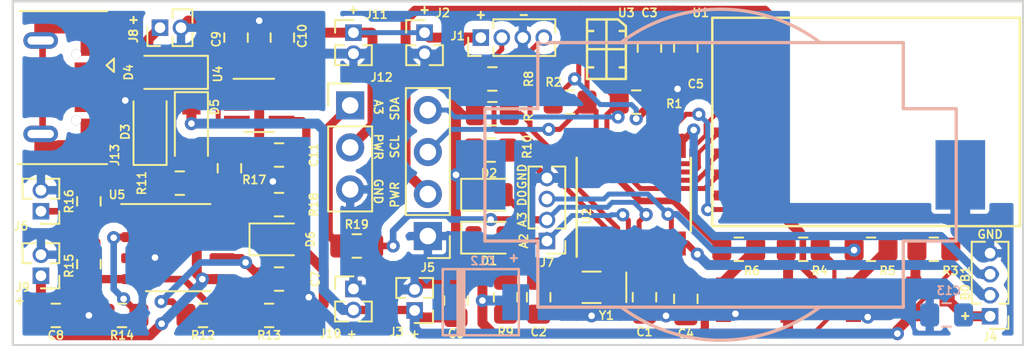
<source format=kicad_pcb>
(kicad_pcb (version 20171130) (host pcbnew 5.0.2-bee76a0~70~ubuntu16.04.1)
  (layers (0 F.Cu signal) (31 B.Cu signal hide) (34 B.Paste user) (35 F.Paste user) (36 B.SilkS user) (37 F.SilkS user) (38 B.Mask user) (39 F.Mask user) (44 Edge.Cuts user))
  (net 0 "")
  (net 1 /OSC32_OUT)
  (net 2 GND)
  (net 3 /OSC32_IN)
  (net 4 +3V3)
  (net 5 +9V)
  (net 6 /SWIM_DATA)
  (net 7 /SWIM_RESET)
  (net 8 /PowerDevice)
  (net 9 /DeviceADC)
  (net 10 /DevicePWM)
  (net 11 /I2C_SCL)
  (net 12 /I2C_SDA)
  (net 13 /PowerSensors)
  (net 14 "Net-(Q1-Pad1)")
  (net 15 "Net-(Q1-Pad3)")
  (net 16 "Net-(Q2-Pad1)")
  (net 17 "Net-(Q2-Pad3)")
  (net 18 /DeviceEnable)
  (net 19 /Enable)
  (net 20 /SPI_CS)
  (net 21 /SPI_CLK)
  (net 22 /SPI_MOSI)
  (net 23 /SPI_MISO)
  (net 24 /NRF_IRQ)
  (net 25 "Net-(D1-Pad1)")
  (net 26 "Net-(D2-Pad1)")
  (net 27 "Net-(C7-Pad1)")
  (net 28 /LED0)
  (net 29 /LED1)
  (net 30 "Net-(D3-Pad1)")
  (net 31 +5VD)
  (net 32 "Net-(D6-Pad1)")
  (net 33 "Net-(D6-Pad2)")
  (net 34 "Net-(J6-Pad1)")
  (net 35 "Net-(R14-Pad1)")
  (net 36 "Net-(R17-Pad2)")
  (net 37 +3V8)
  (net 38 "Net-(J12-Pad1)")
  (net 39 /NRF_CE)
  (net 40 "Net-(C11-Pad1)")
  (net 41 "Net-(J13-Pad6)")
  (module Resistor_SMD:R_0805_2012Metric_Pad1.15x1.40mm_HandSolder (layer F.Cu) (at 53.6 32)
    (fp_text reference R7 (at 2.2 0 90) (layer F.SilkS) (effects (font (size 0.5 0.5) (thickness 0.1))))
    (fp_text value 100K)
    (pad 2 smd roundrect (at 1.025 0) (size 1.15 1.4) (layers F.Cu F.Paste F.Mask) (roundrect_rratio 0.217391) (net 7 /SWIM_RESET))
    (pad 1 smd roundrect (at -1.025 0) (size 1.15 1.4) (layers F.Cu F.Paste F.Mask) (roundrect_rratio 0.217391) (net 4 +3V3))
  )
  (module Resistor_SMD:R_0805_2012Metric_Pad1.15x1.40mm_HandSolder (layer F.Cu) (at 53.6 29.9)
    (fp_text reference R8 (at 2.2 0 90) (layer F.SilkS) (effects (font (size 0.5 0.5) (thickness 0.1))))
    (fp_text value 100K)
    (pad 2 smd roundrect (at 1.025 0) (size 1.15 1.4) (layers F.Cu F.Paste F.Mask) (roundrect_rratio 0.217391) (net 6 /SWIM_DATA))
    (pad 1 smd roundrect (at -1.025 0) (size 1.15 1.4) (layers F.Cu F.Paste F.Mask) (roundrect_rratio 0.217391) (net 4 +3V3))
  )
  (module akrapivniy:DFN-4 (layer F.Cu) (at 60.5 28.1 180)
    (fp_text reference U3 (at -1.2 2.2) (layer F.SilkS) (effects (font (size 0.5 0.5) (thickness 0.1))))
    (fp_text value SHTC3)
    (pad 2 smd rect (at 0.5 1.1 180) (size 0.35 1.15) (layers F.Cu F.Paste F.Mask) (net 11 /I2C_SCL))
    (pad 3 smd rect (at 0.5 -1.1 180) (size 0.35 1.15) (layers F.Cu F.Paste F.Mask) (net 12 /I2C_SDA))
    (pad 1 smd rect (at -0.5 1.1 180) (size 0.35 1.15) (layers F.Cu F.Paste F.Mask) (net 13 /PowerSensors))
    (pad 4 smd rect (at -0.5 -1.1 180) (size 0.35 1.15) (layers F.Cu F.Paste F.Mask) (net 2 GND))
  )
  (module akrapivniy:CR2032-BS-6-1 (layer B.Cu) (at 67.4 35.7 180)
    (fp_text reference BAT1 hide)
    (fp_text value BS-7)
    (pad Pos smd rect (at 14.5 0 180) (size 3 4.2) (layers B.Cu B.Paste B.Mask) (net 4 +3V3))
    (pad Neg smd rect (at -14.5 0 180) (size 3 4.2) (layers B.Cu B.Paste B.Mask) (net 2 GND))
  )
  (module Capacitor_SMD:C_0805_2012Metric_Pad1.15x1.40mm_HandSolder (layer F.Cu) (at 62.8 43.1 270)
    (fp_text reference C1 (at 2.1 0) (layer F.SilkS) (effects (font (size 0.5 0.5) (thickness 0.1))))
    (fp_text value 8pF)
    (pad 2 smd roundrect (at 1.025 0 270) (size 1.15 1.4) (layers F.Cu F.Paste F.Mask) (roundrect_rratio 0.217391) (net 2 GND))
    (pad 1 smd roundrect (at -1.025 0 270) (size 1.15 1.4) (layers F.Cu F.Paste F.Mask) (roundrect_rratio 0.217391) (net 1 /OSC32_OUT))
  )
  (module Capacitor_SMD:C_0805_2012Metric_Pad1.15x1.40mm_HandSolder (layer F.Cu) (at 56.4 43.1 270)
    (fp_text reference C2 (at 2.1 0) (layer F.SilkS) (effects (font (size 0.5 0.5) (thickness 0.1))))
    (fp_text value 8pF)
    (pad 2 smd roundrect (at 1.025 0 270) (size 1.15 1.4) (layers F.Cu F.Paste F.Mask) (roundrect_rratio 0.217391) (net 2 GND))
    (pad 1 smd roundrect (at -1.025 0 270) (size 1.15 1.4) (layers F.Cu F.Paste F.Mask) (roundrect_rratio 0.217391) (net 3 /OSC32_IN))
  )
  (module Capacitor_SMD:C_0805_2012Metric_Pad1.15x1.40mm_HandSolder (layer F.Cu) (at 63.1 28 270)
    (fp_text reference C3 (at -2.1 0) (layer F.SilkS) (effects (font (size 0.5 0.5) (thickness 0.1))))
    (fp_text value 0.1uF)
    (pad 2 smd roundrect (at 1.025 0 270) (size 1.15 1.4) (layers F.Cu F.Paste F.Mask) (roundrect_rratio 0.217391) (net 2 GND))
    (pad 1 smd roundrect (at -1.025 0 270) (size 1.15 1.4) (layers F.Cu F.Paste F.Mask) (roundrect_rratio 0.217391) (net 13 /PowerSensors))
  )
  (module Capacitor_SMD:C_0805_2012Metric_Pad1.15x1.40mm_HandSolder (layer F.Cu) (at 65.3 43.2 270)
    (fp_text reference C4 (at 2.1 0) (layer F.SilkS) (effects (font (size 0.5 0.5) (thickness 0.1))))
    (fp_text value 100nF)
    (pad 2 smd roundrect (at 1.025 0 270) (size 1.15 1.4) (layers F.Cu F.Paste F.Mask) (roundrect_rratio 0.217391) (net 2 GND))
    (pad 1 smd roundrect (at -1.025 0 270) (size 1.15 1.4) (layers F.Cu F.Paste F.Mask) (roundrect_rratio 0.217391) (net 4 +3V3))
  )
  (module Capacitor_SMD:C_0805_2012Metric_Pad1.15x1.40mm_HandSolder (layer F.Cu) (at 65.3 28 270)
    (fp_text reference C5 (at 2.2 -0.6) (layer F.SilkS) (effects (font (size 0.5 0.5) (thickness 0.1))))
    (fp_text value 100nF)
    (pad 2 smd roundrect (at 1.025 0 270) (size 1.15 1.4) (layers F.Cu F.Paste F.Mask) (roundrect_rratio 0.217391) (net 2 GND))
    (pad 1 smd roundrect (at -1.025 0 270) (size 1.15 1.4) (layers F.Cu F.Paste F.Mask) (roundrect_rratio 0.217391) (net 13 /PowerSensors))
  )
  (module Capacitor_SMD:C_0805_2012Metric_Pad1.15x1.40mm_HandSolder (layer F.Cu) (at 51.4 43.3 90)
    (fp_text reference C6 (at -2 0 180) (layer F.SilkS) (effects (font (size 0.5 0.5) (thickness 0.1))))
    (fp_text value 0,1uF)
    (pad 2 smd roundrect (at 1.025 0 90) (size 1.15 1.4) (layers F.Cu F.Paste F.Mask) (roundrect_rratio 0.217391) (net 2 GND))
    (pad 1 smd roundrect (at -1.025 0 90) (size 1.15 1.4) (layers F.Cu F.Paste F.Mask) (roundrect_rratio 0.217391) (net 5 +9V))
  )
  (module Connector_PinHeader_1.27mm:PinHeader_1x04_P1.27mm_Vertical (layer F.Cu) (at 52.9 27.4 90)
    (fp_text reference J1 (at 0.1 -1.4 180) (layer F.SilkS) (effects (font (size 0.5 0.5) (thickness 0.1))))
    (fp_text value Prog)
    (pad 4 thru_hole oval (at 0 3.81 90) (size 1 1) (drill 0.65) (layers *.Cu *.Mask) (net 7 /SWIM_RESET))
    (pad 3 thru_hole oval (at 0 2.54 90) (size 1 1) (drill 0.65) (layers *.Cu *.Mask) (net 2 GND))
    (pad 2 thru_hole oval (at 0 1.27 90) (size 1 1) (drill 0.65) (layers *.Cu *.Mask) (net 6 /SWIM_DATA))
    (pad 1 thru_hole rect (at 0 0 90) (size 1 1) (drill 0.65) (layers *.Cu *.Mask) (net 4 +3V3))
  )
  (module Connector_PinHeader_1.27mm:PinHeader_1x02_P1.27mm_Vertical (layer F.Cu) (at 49.5 27.1)
    (fp_text reference J2 (at 1.1 -1.2) (layer F.SilkS) (effects (font (size 0.5 0.5) (thickness 0.1))))
    (fp_text value BAT)
    (pad 2 thru_hole oval (at 0 1.27) (size 1 1) (drill 0.65) (layers *.Cu *.Mask) (net 2 GND))
    (pad 1 thru_hole rect (at 0 0) (size 1 1) (drill 0.65) (layers *.Cu *.Mask) (net 4 +3V3))
  )
  (module Connector_PinHeader_1.27mm:PinHeader_1x02_P1.27mm_Vertical (layer F.Cu) (at 48.9 43.9 180)
    (fp_text reference J3 (at 1.1 -1.3 180) (layer F.SilkS) (effects (font (size 0.5 0.5) (thickness 0.1))))
    (fp_text value "PWR DEV")
    (pad 2 thru_hole oval (at 0 1.27 180) (size 1 1) (drill 0.65) (layers *.Cu *.Mask) (net 2 GND))
    (pad 1 thru_hole rect (at 0 0 180) (size 1 1) (drill 0.65) (layers *.Cu *.Mask) (net 5 +9V))
  )
  (module Connector_PinHeader_1.27mm:PinHeader_1x04_P1.27mm_Vertical (layer F.Cu) (at 83.7 44.25 180)
    (fp_text reference J4 (at 0 -1.25 180) (layer F.SilkS) (effects (font (size 0.5 0.5) (thickness 0.1))))
    (fp_text value DEV)
    (pad 4 thru_hole oval (at 0 3.81 180) (size 1 1) (drill 0.65) (layers *.Cu *.Mask) (net 2 GND))
    (pad 3 thru_hole oval (at 0 2.54 180) (size 1 1) (drill 0.65) (layers *.Cu *.Mask) (net 10 /DevicePWM))
    (pad 2 thru_hole oval (at 0 1.27 180) (size 1 1) (drill 0.65) (layers *.Cu *.Mask) (net 9 /DeviceADC))
    (pad 1 thru_hole rect (at 0 0 180) (size 1 1) (drill 0.65) (layers *.Cu *.Mask) (net 8 /PowerDevice))
  )
  (module Resistor_SMD:R_0805_2012Metric_Pad1.15x1.40mm_HandSolder (layer F.Cu) (at 62.3 31.3 180)
    (fp_text reference R1 (at -2.3 -0.1 180) (layer F.SilkS) (effects (font (size 0.5 0.5) (thickness 0.1))))
    (fp_text value 4.7K)
    (pad 2 smd roundrect (at 1.025 0 180) (size 1.15 1.4) (layers F.Cu F.Paste F.Mask) (roundrect_rratio 0.217391) (net 12 /I2C_SDA))
    (pad 1 smd roundrect (at -1.025 0 180) (size 1.15 1.4) (layers F.Cu F.Paste F.Mask) (roundrect_rratio 0.217391) (net 13 /PowerSensors))
  )
  (module Resistor_SMD:R_0805_2012Metric_Pad1.15x1.40mm_HandSolder (layer F.Cu) (at 58.3 31.3)
    (fp_text reference R2 (at -1 -1.2) (layer F.SilkS) (effects (font (size 0.5 0.5) (thickness 0.1))))
    (fp_text value 4.7K)
    (pad 2 smd roundrect (at 1.025 0) (size 1.15 1.4) (layers F.Cu F.Paste F.Mask) (roundrect_rratio 0.217391) (net 11 /I2C_SCL))
    (pad 1 smd roundrect (at -1.025 0) (size 1.15 1.4) (layers F.Cu F.Paste F.Mask) (roundrect_rratio 0.217391) (net 13 /PowerSensors))
  )
  (module Resistor_SMD:R_0805_2012Metric_Pad1.15x1.40mm_HandSolder (layer F.Cu) (at 80.3 40.2 180)
    (fp_text reference R3 (at -1 -1.3 180) (layer F.SilkS) (effects (font (size 0.5 0.5) (thickness 0.1))))
    (fp_text value 100K)
    (pad 2 smd roundrect (at 1.025 0 180) (size 1.15 1.4) (layers F.Cu F.Paste F.Mask) (roundrect_rratio 0.217391) (net 15 "Net-(Q1-Pad3)"))
    (pad 1 smd roundrect (at -1.025 0 180) (size 1.15 1.4) (layers F.Cu F.Paste F.Mask) (roundrect_rratio 0.217391) (net 5 +9V))
  )
  (module Resistor_SMD:R_0805_2012Metric_Pad1.15x1.40mm_HandSolder (layer F.Cu) (at 72.4 40.2 180)
    (fp_text reference R4 (at -1 -1.3 180) (layer F.SilkS) (effects (font (size 0.5 0.5) (thickness 0.1))))
    (fp_text value 100K)
    (pad 2 smd roundrect (at 1.025 0 180) (size 1.15 1.4) (layers F.Cu F.Paste F.Mask) (roundrect_rratio 0.217391) (net 17 "Net-(Q2-Pad3)"))
    (pad 1 smd roundrect (at -1.025 0 180) (size 1.15 1.4) (layers F.Cu F.Paste F.Mask) (roundrect_rratio 0.217391) (net 4 +3V3))
  )
  (module Resistor_SMD:R_0805_2012Metric_Pad1.15x1.40mm_HandSolder (layer F.Cu) (at 76.5 40.2 180)
    (fp_text reference R5 (at -1 -1.3 180) (layer F.SilkS) (effects (font (size 0.5 0.5) (thickness 0.1))))
    (fp_text value 1K)
    (pad 2 smd roundrect (at 1.025 0 180) (size 1.15 1.4) (layers F.Cu F.Paste F.Mask) (roundrect_rratio 0.217391) (net 18 /DeviceEnable))
    (pad 1 smd roundrect (at -1.025 0 180) (size 1.15 1.4) (layers F.Cu F.Paste F.Mask) (roundrect_rratio 0.217391) (net 14 "Net-(Q1-Pad1)"))
  )
  (module Resistor_SMD:R_0805_2012Metric_Pad1.15x1.40mm_HandSolder (layer F.Cu) (at 68.5 40.2 180)
    (fp_text reference R6 (at -0.8 -1.3 180) (layer F.SilkS) (effects (font (size 0.5 0.5) (thickness 0.1))))
    (fp_text value 1K)
    (pad 2 smd roundrect (at 1.025 0 180) (size 1.15 1.4) (layers F.Cu F.Paste F.Mask) (roundrect_rratio 0.217391) (net 19 /Enable))
    (pad 1 smd roundrect (at -1.025 0 180) (size 1.15 1.4) (layers F.Cu F.Paste F.Mask) (roundrect_rratio 0.217391) (net 16 "Net-(Q2-Pad1)"))
  )
  (module akrapivniy:NRF24L01SMD (layer F.Cu) (at 76.2 32.5 270)
    (fp_text reference U1 (at -6.6 10) (layer F.SilkS) (effects (font (size 0.5 0.5) (thickness 0.1))))
    (fp_text value NRF24L)
    (pad 8 smd rect (at 4.445 7.7 270) (size 0.6 3) (layers F.Cu F.Paste F.Mask) (net 24 /NRF_IRQ))
    (pad 7 smd rect (at 3.175 7.7 270) (size 0.6 3) (layers F.Cu F.Paste F.Mask) (net 23 /SPI_MISO))
    (pad 6 smd rect (at 1.905 7.7 270) (size 0.6 3) (layers F.Cu F.Paste F.Mask) (net 22 /SPI_MOSI))
    (pad 5 smd rect (at 0.635 7.7 270) (size 0.6 3) (layers F.Cu F.Paste F.Mask) (net 21 /SPI_CLK))
    (pad 4 smd rect (at -0.635 7.7 270) (size 0.6 3) (layers F.Cu F.Paste F.Mask) (net 20 /SPI_CS))
    (pad 3 smd rect (at -1.905 7.7 270) (size 0.6 3) (layers F.Cu F.Paste F.Mask) (net 39 /NRF_CE))
    (pad 2 smd rect (at -3.175 7.7 270) (size 0.6 3) (layers F.Cu F.Paste F.Mask) (net 2 GND))
    (pad 1 smd rect (at -4.445 7.7 270) (size 0.6 3) (layers F.Cu F.Paste F.Mask) (net 13 /PowerSensors))
  )
  (module Package_SO:TSSOP-20_4.4x6.5mm_P0.65mm (layer F.Cu) (at 62.15 36.9 90)
    (fp_text reference U2 (at -1.3 -2.85 90) (layer F.SilkS) (effects (font (size 0.5 0.5) (thickness 0.1))))
    (fp_text value STM8L051F3P)
    (pad 20 smd rect (at 2.95 -2.925 90) (size 1.45 0.45) (layers F.Cu F.Paste F.Mask) (net 19 /Enable))
    (pad 19 smd rect (at 2.95 -2.275 90) (size 1.45 0.45) (layers F.Cu F.Paste F.Mask) (net 11 /I2C_SCL))
    (pad 18 smd rect (at 2.95 -1.625 90) (size 1.45 0.45) (layers F.Cu F.Paste F.Mask) (net 12 /I2C_SDA))
    (pad 17 smd rect (at 2.95 -0.975 90) (size 1.45 0.45) (layers F.Cu F.Paste F.Mask) (net 23 /SPI_MISO))
    (pad 16 smd rect (at 2.95 -0.325 90) (size 1.45 0.45) (layers F.Cu F.Paste F.Mask) (net 22 /SPI_MOSI))
    (pad 15 smd rect (at 2.95 0.325 90) (size 1.45 0.45) (layers F.Cu F.Paste F.Mask) (net 21 /SPI_CLK))
    (pad 14 smd rect (at 2.95 0.975 90) (size 1.45 0.45) (layers F.Cu F.Paste F.Mask) (net 20 /SPI_CS))
    (pad 13 smd rect (at 2.95 1.625 90) (size 1.45 0.45) (layers F.Cu F.Paste F.Mask) (net 39 /NRF_CE))
    (pad 12 smd rect (at 2.95 2.275 90) (size 1.45 0.45) (layers F.Cu F.Paste F.Mask) (net 24 /NRF_IRQ))
    (pad 11 smd rect (at 2.95 2.925 90) (size 1.45 0.45) (layers F.Cu F.Paste F.Mask) (net 10 /DevicePWM))
    (pad 10 smd rect (at -2.95 2.925 90) (size 1.45 0.45) (layers F.Cu F.Paste F.Mask) (net 9 /DeviceADC))
    (pad 9 smd rect (at -2.95 2.275 90) (size 1.45 0.45) (layers F.Cu F.Paste F.Mask) (net 18 /DeviceEnable))
    (pad 8 smd rect (at -2.95 1.625 90) (size 1.45 0.45) (layers F.Cu F.Paste F.Mask) (net 4 +3V3))
    (pad 7 smd rect (at -2.95 0.975 90) (size 1.45 0.45) (layers F.Cu F.Paste F.Mask) (net 2 GND))
    (pad 6 smd rect (at -2.95 0.325 90) (size 1.45 0.45) (layers F.Cu F.Paste F.Mask) (net 29 /LED1))
    (pad 5 smd rect (at -2.95 -0.325 90) (size 1.45 0.45) (layers F.Cu F.Paste F.Mask) (net 28 /LED0))
    (pad 4 smd rect (at -2.95 -0.975 90) (size 1.45 0.45) (layers F.Cu F.Paste F.Mask) (net 7 /SWIM_RESET))
    (pad 3 smd rect (at -2.95 -1.625 90) (size 1.45 0.45) (layers F.Cu F.Paste F.Mask) (net 6 /SWIM_DATA))
    (pad 2 smd rect (at -2.95 -2.275 90) (size 1.45 0.45) (layers F.Cu F.Paste F.Mask) (net 1 /OSC32_OUT))
    (pad 1 smd rect (at -2.95 -2.925 90) (size 1.45 0.45) (layers F.Cu F.Paste F.Mask) (net 3 /OSC32_IN))
  )
  (module LED_SMD:LED_0805_2012Metric (layer F.Cu) (at 53.4 39.5)
    (fp_text reference D1 (at 0 1.4) (layer F.SilkS) (effects (font (size 0.5 0.5) (thickness 0.1))))
    (fp_text value LED)
    (pad 2 smd roundrect (at 0.9375 0) (size 0.975 1.4) (layers F.Cu F.Paste F.Mask) (net 28 /LED0))
    (pad 1 smd roundrect (at -0.9375 0) (size 0.975 1.4) (layers F.Cu F.Paste F.Mask) (net 25 "Net-(D1-Pad1)"))
  )
  (module LED_SMD:LED_0805_2012Metric (layer F.Cu) (at 53.4 36.9)
    (fp_text reference D2 (at 0 -1.3 180) (layer F.SilkS) (effects (font (size 0.5 0.5) (thickness 0.1))))
    (fp_text value LED)
    (pad 2 smd roundrect (at 0.9375 0) (size 0.975 1.4) (layers F.Cu F.Paste F.Mask) (net 29 /LED1))
    (pad 1 smd roundrect (at -0.9375 0) (size 0.975 1.4) (layers F.Cu F.Paste F.Mask) (net 26 "Net-(D2-Pad1)"))
  )
  (module Resistor_SMD:R_0805_2012Metric_Pad1.15x1.40mm_HandSolder (layer F.Cu) (at 54.4 43.1 270)
    (fp_text reference R9 (at 2.1 0) (layer F.SilkS) (effects (font (size 0.5 0.5) (thickness 0.1))))
    (fp_text value 1K)
    (pad 2 smd roundrect (at 1.025 0 270) (size 1.15 1.4) (layers F.Cu F.Paste F.Mask) (roundrect_rratio 0.217391) (net 2 GND))
    (pad 1 smd roundrect (at -1.025 0 270) (size 1.15 1.4) (layers F.Cu F.Paste F.Mask) (roundrect_rratio 0.217391) (net 25 "Net-(D1-Pad1)"))
  )
  (module Resistor_SMD:R_0805_2012Metric_Pad1.15x1.40mm_HandSolder (layer F.Cu) (at 53.5 34.2)
    (fp_text reference R10 (at 2.2 -0.2 90) (layer F.SilkS) (effects (font (size 0.5 0.5) (thickness 0.1))))
    (fp_text value 1K)
    (pad 2 smd roundrect (at 1.025 0) (size 1.15 1.4) (layers F.Cu F.Paste F.Mask) (roundrect_rratio 0.217391) (net 2 GND))
    (pad 1 smd roundrect (at -1.025 0) (size 1.15 1.4) (layers F.Cu F.Paste F.Mask) (roundrect_rratio 0.217391) (net 26 "Net-(D2-Pad1)"))
  )
  (module Capacitor_SMD:C_0805_2012Metric_Pad1.15x1.40mm_HandSolder (layer F.Cu) (at 40.7 42)
    (fp_text reference C7 (at 2.2 0 90) (layer F.SilkS) (effects (font (size 0.5 0.5) (thickness 0.1))))
    (fp_text value 100nF)
    (pad 2 smd roundrect (at 1.025 0) (size 1.15 1.4) (layers F.Cu F.Paste F.Mask) (roundrect_rratio 0.217391) (net 2 GND))
    (pad 1 smd roundrect (at -1.025 0) (size 1.15 1.4) (layers F.Cu F.Paste F.Mask) (roundrect_rratio 0.217391) (net 27 "Net-(C7-Pad1)"))
  )
  (module Capacitor_SMD:C_0805_2012Metric_Pad1.15x1.40mm_HandSolder (layer F.Cu) (at 27.2 44.2)
    (fp_text reference C8 (at 0 1.2 180) (layer F.SilkS) (effects (font (size 0.5 0.5) (thickness 0.1))))
    (fp_text value 100nF)
    (pad 2 smd roundrect (at 1.025 0) (size 1.15 1.4) (layers F.Cu F.Paste F.Mask) (roundrect_rratio 0.217391) (net 2 GND))
    (pad 1 smd roundrect (at -1.025 0) (size 1.15 1.4) (layers F.Cu F.Paste F.Mask) (roundrect_rratio 0.217391) (net 37 +3V8))
  )
  (module LED_SMD:LED_0805_2012Metric (layer F.Cu) (at 40.6 39.6)
    (fp_text reference D6 (at 2 0 90) (layer F.SilkS) (effects (font (size 0.5 0.5) (thickness 0.1))))
    (fp_text value LED)
    (pad 2 smd roundrect (at 0.9375 0) (size 0.975 1.4) (layers F.Cu F.Paste F.Mask) (net 33 "Net-(D6-Pad2)"))
    (pad 1 smd roundrect (at -0.9375 0) (size 0.975 1.4) (layers F.Cu F.Paste F.Mask) (net 32 "Net-(D6-Pad1)"))
  )
  (module Connector_PinHeader_1.27mm:PinHeader_1x02_P1.27mm_Vertical (layer F.Cu) (at 26.3 37.9 180)
    (fp_text reference J6 (at 1.2 -0.9 180) (layer F.SilkS) (effects (font (size 0.5 0.5) (thickness 0.1))))
    (fp_text value "3P BAT")
    (pad 2 thru_hole oval (at 0 1.27 180) (size 1 1) (drill 0.65) (layers *.Cu *.Mask) (net 2 GND))
    (pad 1 thru_hole rect (at 0 0 180) (size 1 1) (drill 0.65) (layers *.Cu *.Mask) (net 34 "Net-(J6-Pad1)"))
  )
  (module Connector_PinHeader_1.27mm:PinHeader_1x04_P1.27mm_Vertical (layer F.Cu) (at 56.9 39.7 180)
    (fp_text reference J7 (at 0 -1.3 180) (layer F.SilkS) (effects (font (size 0.5 0.5) (thickness 0.1))))
    (fp_text value "Ext. LED")
    (pad 4 thru_hole oval (at 0 3.81 180) (size 1 1) (drill 0.65) (layers *.Cu *.Mask) (net 2 GND))
    (pad 3 thru_hole oval (at 0 2.54 180) (size 1 1) (drill 0.65) (layers *.Cu *.Mask) (net 18 /DeviceEnable))
    (pad 2 thru_hole oval (at 0 1.27 180) (size 1 1) (drill 0.65) (layers *.Cu *.Mask) (net 29 /LED1))
    (pad 1 thru_hole rect (at 0 0 180) (size 1 1) (drill 0.65) (layers *.Cu *.Mask) (net 28 /LED0))
  )
  (module Connector_PinHeader_1.27mm:PinHeader_1x02_P1.27mm_Vertical (layer F.Cu) (at 33.5 26.8 90)
    (fp_text reference J8 (at -0.5 -1.6 270) (layer F.SilkS) (effects (font (size 0.5 0.5) (thickness 0.11))))
    (fp_text value SOLAR)
    (pad 2 thru_hole oval (at 0 1.27 90) (size 1 1) (drill 0.65) (layers *.Cu *.Mask) (net 2 GND))
    (pad 1 thru_hole rect (at 0 0 90) (size 1 1) (drill 0.65) (layers *.Cu *.Mask) (net 31 +5VD))
  )
  (module Connector_PinHeader_1.27mm:PinHeader_1x02_P1.27mm_Vertical (layer F.Cu) (at 26.3 41.8 180)
    (fp_text reference J9 (at 1.1 -0.7 180) (layer F.SilkS) (effects (font (size 0.5 0.5) (thickness 0.1))))
    (fp_text value "3P BAT")
    (pad 2 thru_hole oval (at 0 1.27 180) (size 1 1) (drill 0.65) (layers *.Cu *.Mask) (net 2 GND))
    (pad 1 thru_hole rect (at 0 0 180) (size 1 1) (drill 0.65) (layers *.Cu *.Mask) (net 37 +3V8))
  )
  (module Resistor_SMD:R_0805_2012Metric_Pad1.15x1.40mm_HandSolder (layer F.Cu) (at 34.7 36.2 180)
    (fp_text reference R11 (at 2.3 0 270) (layer F.SilkS) (effects (font (size 0.5 0.5) (thickness 0.1))))
    (fp_text value 1K)
    (pad 2 smd roundrect (at 1.025 0 180) (size 1.15 1.4) (layers F.Cu F.Paste F.Mask) (roundrect_rratio 0.217391) (net 30 "Net-(D3-Pad1)"))
    (pad 1 smd roundrect (at -1.025 0 180) (size 1.15 1.4) (layers F.Cu F.Paste F.Mask) (roundrect_rratio 0.217391) (net 37 +3V8))
  )
  (module Resistor_SMD:R_0805_2012Metric_Pad1.15x1.40mm_HandSolder (layer F.Cu) (at 36.1 44.2 180)
    (fp_text reference R12 (at 0 -1.2 180) (layer F.SilkS) (effects (font (size 0.5 0.5) (thickness 0.1))))
    (fp_text value 510K)
    (pad 2 smd roundrect (at 1.025 0 180) (size 1.15 1.4) (layers F.Cu F.Paste F.Mask) (roundrect_rratio 0.217391) (net 27 "Net-(C7-Pad1)"))
    (pad 1 smd roundrect (at -1.025 0 180) (size 1.15 1.4) (layers F.Cu F.Paste F.Mask) (roundrect_rratio 0.217391) (net 31 +5VD))
  )
  (module Resistor_SMD:R_0805_2012Metric_Pad1.15x1.40mm_HandSolder (layer F.Cu) (at 40.1 44.2)
    (fp_text reference R13 (at 0 1.2 180) (layer F.SilkS) (effects (font (size 0.5 0.5) (thickness 0.1))))
    (fp_text value 1K)
    (pad 2 smd roundrect (at 1.025 0) (size 1.15 1.4) (layers F.Cu F.Paste F.Mask) (roundrect_rratio 0.217391) (net 33 "Net-(D6-Pad2)"))
    (pad 1 smd roundrect (at -1.025 0) (size 1.15 1.4) (layers F.Cu F.Paste F.Mask) (roundrect_rratio 0.217391) (net 31 +5VD))
  )
  (module Resistor_SMD:R_0805_2012Metric_Pad1.15x1.40mm_HandSolder (layer F.Cu) (at 31.2 44.2 180)
    (fp_text reference R14 (at 0 -1.2 180) (layer F.SilkS) (effects (font (size 0.5 0.5) (thickness 0.1))))
    (fp_text value 2.4K)
    (pad 2 smd roundrect (at 1.025 0 180) (size 1.15 1.4) (layers F.Cu F.Paste F.Mask) (roundrect_rratio 0.217391) (net 2 GND))
    (pad 1 smd roundrect (at -1.025 0 180) (size 1.15 1.4) (layers F.Cu F.Paste F.Mask) (roundrect_rratio 0.217391) (net 35 "Net-(R14-Pad1)"))
  )
  (module Resistor_SMD:R_0805_2012Metric_Pad1.15x1.40mm_HandSolder (layer F.Cu) (at 29.2 41.1 270)
    (fp_text reference R15 (at 0.1 1.2 270) (layer F.SilkS) (effects (font (size 0.5 0.5) (thickness 0.1))))
    (fp_text value 1K)
    (pad 2 smd roundrect (at 1.025 0 270) (size 1.15 1.4) (layers F.Cu F.Paste F.Mask) (roundrect_rratio 0.217391) (net 31 +5VD))
    (pad 1 smd roundrect (at -1.025 0 270) (size 1.15 1.4) (layers F.Cu F.Paste F.Mask) (roundrect_rratio 0.217391) (net 34 "Net-(J6-Pad1)"))
  )
  (module Resistor_SMD:R_0805_2012Metric_Pad1.15x1.40mm_HandSolder (layer F.Cu) (at 29.2 37.3 90)
    (fp_text reference R16 (at 0 -1.2 90) (layer F.SilkS) (effects (font (size 0.5 0.5) (thickness 0.1))))
    (fp_text value 1K)
    (pad 2 smd roundrect (at 1.025 0 90) (size 1.15 1.4) (layers F.Cu F.Paste F.Mask) (roundrect_rratio 0.217391) (net 2 GND))
    (pad 1 smd roundrect (at -1.025 0 90) (size 1.15 1.4) (layers F.Cu F.Paste F.Mask) (roundrect_rratio 0.217391) (net 34 "Net-(J6-Pad1)"))
  )
  (module Resistor_SMD:R_0805_2012Metric_Pad1.15x1.40mm_HandSolder (layer F.Cu) (at 37.7 35.3 270)
    (fp_text reference R17 (at 0.7 -1.5) (layer F.SilkS) (effects (font (size 0.5 0.5) (thickness 0.1))))
    (fp_text value 100K)
    (pad 2 smd roundrect (at 1.025 0 270) (size 1.15 1.4) (layers F.Cu F.Paste F.Mask) (roundrect_rratio 0.217391) (net 36 "Net-(R17-Pad2)"))
    (pad 1 smd roundrect (at -1.025 0 270) (size 1.15 1.4) (layers F.Cu F.Paste F.Mask) (roundrect_rratio 0.217391) (net 37 +3V8))
  )
  (module Resistor_SMD:R_0805_2012Metric_Pad1.15x1.40mm_HandSolder (layer F.Cu) (at 40.7 37.5)
    (fp_text reference R18 (at 2.1 0 90) (layer F.SilkS) (effects (font (size 0.5 0.5) (thickness 0.1))))
    (fp_text value 150K-274K)
    (pad 2 smd roundrect (at 1.025 0) (size 1.15 1.4) (layers F.Cu F.Paste F.Mask) (roundrect_rratio 0.217391) (net 2 GND))
    (pad 1 smd roundrect (at -1.025 0) (size 1.15 1.4) (layers F.Cu F.Paste F.Mask) (roundrect_rratio 0.217391) (net 36 "Net-(R17-Pad2)"))
  )
  (module Package_SO:SSOP-8_3.9x5.05mm_P1.27mm (layer F.Cu) (at 34.6 40.1)
    (fp_text reference U5 (at -3.7 -3.2) (layer F.SilkS) (effects (font (size 0.5 0.5) (thickness 0.1))))
    (fp_text value CN3085)
    (pad 8 smd roundrect (at 2.675 -1.905) (size 1.55 0.6) (layers F.Cu F.Paste F.Mask) (net 36 "Net-(R17-Pad2)"))
    (pad 7 smd roundrect (at 2.675 -0.635) (size 1.55 0.6) (layers F.Cu F.Paste F.Mask) (net 32 "Net-(D6-Pad1)"))
    (pad 6 smd roundrect (at 2.675 0.635) (size 1.55 0.6) (layers F.Cu F.Paste F.Mask) (net 27 "Net-(C7-Pad1)"))
    (pad 5 smd roundrect (at 2.675 1.905) (size 1.55 0.6) (layers F.Cu F.Paste F.Mask) (net 37 +3V8))
    (pad 4 smd roundrect (at -2.675 1.905) (size 1.55 0.6) (layers F.Cu F.Paste F.Mask) (net 31 +5VD))
    (pad 3 smd roundrect (at -2.675 0.635) (size 1.55 0.6) (layers F.Cu F.Paste F.Mask) (net 2 GND))
    (pad 2 smd roundrect (at -2.675 -0.635) (size 1.55 0.6) (layers F.Cu F.Paste F.Mask) (net 35 "Net-(R14-Pad1)"))
    (pad 1 smd roundrect (at -2.675 -1.905) (size 1.55 0.6) (layers F.Cu F.Paste F.Mask) (net 34 "Net-(J6-Pad1)"))
  )
  (module Capacitor_SMD:C_0805_2012Metric_Pad1.15x1.40mm_HandSolder (layer F.Cu) (at 38.1 27.4 90)
    (fp_text reference C9 (at -0.1 -1.2 90) (layer F.SilkS) (effects (font (size 0.5 0.5) (thickness 0.1))))
    (fp_text value 100nF)
    (pad 2 smd roundrect (at 1.025 0 90) (size 1.15 1.4) (layers F.Cu F.Paste F.Mask) (roundrect_rratio 0.217391) (net 2 GND))
    (pad 1 smd roundrect (at -1.025 0 90) (size 1.15 1.4) (layers F.Cu F.Paste F.Mask) (roundrect_rratio 0.217391) (net 5 +9V))
  )
  (module Capacitor_SMD:C_0805_2012Metric_Pad1.15x1.40mm_HandSolder (layer F.Cu) (at 40.9 27.4 90)
    (fp_text reference C10 (at 0.1 1.2 90) (layer F.SilkS) (effects (font (size 0.5 0.5) (thickness 0.1))))
    (fp_text value 100nF)
    (pad 2 smd roundrect (at 1.025 0 90) (size 1.15 1.4) (layers F.Cu F.Paste F.Mask) (roundrect_rratio 0.217391) (net 2 GND))
    (pad 1 smd roundrect (at -1.025 0 90) (size 1.15 1.4) (layers F.Cu F.Paste F.Mask) (roundrect_rratio 0.217391) (net 4 +3V3))
  )
  (module Connector_PinHeader_1.27mm:PinHeader_1x02_P1.27mm_Vertical (layer F.Cu) (at 45.2 42.6)
    (fp_text reference J10 (at -1.4 2.7) (layer F.SilkS) (effects (font (size 0.5 0.5) (thickness 0.1))))
    (fp_text value "PWD Dev")
    (pad 2 thru_hole oval (at 0 1.27) (size 1 1) (drill 0.65) (layers *.Cu *.Mask) (net 5 +9V))
    (pad 1 thru_hole rect (at 0 0) (size 1 1) (drill 0.65) (layers *.Cu *.Mask) (net 2 GND))
  )
  (module Connector_PinHeader_1.27mm:PinHeader_1x02_P1.27mm_Vertical (layer F.Cu) (at 45.2 27.1)
    (fp_text reference J11 (at 1.4 -1.1) (layer F.SilkS) (effects (font (size 0.5 0.5) (thickness 0.1))))
    (fp_text value PWRBoard)
    (pad 2 thru_hole oval (at 0 1.27) (size 1 1) (drill 0.65) (layers *.Cu *.Mask) (net 2 GND))
    (pad 1 thru_hole rect (at 0 0) (size 1 1) (drill 0.65) (layers *.Cu *.Mask) (net 4 +3V3))
  )
  (module Connector_PinHeader_2.54mm:PinHeader_1x03_P2.54mm_Vertical (layer F.Cu) (at 45 31.5)
    (fp_text reference J12 (at 1.9 -1.7) (layer F.SilkS) (effects (font (size 0.5 0.5) (thickness 0.1))))
    (fp_text value PIR)
    (pad 3 thru_hole oval (at 0 5.08) (size 1.7 1.7) (drill 1) (layers *.Cu *.Mask) (net 2 GND))
    (pad 2 thru_hole oval (at 0 2.54) (size 1.7 1.7) (drill 1) (layers *.Cu *.Mask) (net 4 +3V3))
    (pad 1 thru_hole rect (at 0 0) (size 1.7 1.7) (drill 1) (layers *.Cu *.Mask) (net 38 "Net-(J12-Pad1)"))
  )
  (module Resistor_SMD:R_0805_2012Metric_Pad1.15x1.40mm_HandSolder (layer F.Cu) (at 45.4 40)
    (fp_text reference R19 (at 0 -1.3 180) (layer F.SilkS) (effects (font (size 0.5 0.5) (thickness 0.1))))
    (fp_text value 4.7K)
    (pad 2 smd roundrect (at 1.025 0) (size 1.15 1.4) (layers F.Cu F.Paste F.Mask) (roundrect_rratio 0.217391) (net 29 /LED1))
    (pad 1 smd roundrect (at -1.025 0) (size 1.15 1.4) (layers F.Cu F.Paste F.Mask) (roundrect_rratio 0.217391) (net 38 "Net-(J12-Pad1)"))
  )
  (module Connector_PinHeader_2.54mm:PinHeader_1x04_P2.54mm_Vertical (layer F.Cu) (at 49.7 39.4 180)
    (fp_text reference J5 (at 0 -1.9 180) (layer F.SilkS) (effects (font (size 0.5 0.5) (thickness 0.1))))
    (fp_text value I2C)
    (pad 4 thru_hole oval (at 0 7.62 180) (size 1.7 1.7) (drill 1) (layers *.Cu *.Mask) (net 12 /I2C_SDA))
    (pad 3 thru_hole oval (at 0 5.08 180) (size 1.7 1.7) (drill 1) (layers *.Cu *.Mask) (net 11 /I2C_SCL))
    (pad 2 thru_hole oval (at 0 2.54 180) (size 1.7 1.7) (drill 1) (layers *.Cu *.Mask) (net 13 /PowerSensors))
    (pad 1 thru_hole rect (at 0 0 180) (size 1.7 1.7) (drill 1) (layers *.Cu *.Mask) (net 2 GND))
  )
  (module kicad-libraries:SOT23-3 (layer F.Cu) (at 76.45 43.25 90)
    (fp_text reference Q1)
    (fp_text value BC847BLT1G)
    (pad 3 smd rect (at 0 1.00076 90) (size 0.9144 0.9144) (layers F.Cu F.Paste F.Mask) (net 15 "Net-(Q1-Pad3)"))
    (pad 2 smd rect (at -0.889 -1.016 90) (size 0.9144 0.9144) (layers F.Cu F.Paste F.Mask) (net 2 GND))
    (pad 1 smd rect (at 0.889 -1.016 90) (size 0.9144 0.9144) (layers F.Cu F.Paste F.Mask) (net 14 "Net-(Q1-Pad1)"))
  )
  (module kicad-libraries:SOT23-3 (layer F.Cu) (at 68.6 43.25 90)
    (fp_text reference Q2)
    (fp_text value BC847BLT1G)
    (pad 3 smd rect (at 0 1.00076 90) (size 0.9144 0.9144) (layers F.Cu F.Paste F.Mask) (net 17 "Net-(Q2-Pad3)"))
    (pad 2 smd rect (at -0.889 -1.016 90) (size 0.9144 0.9144) (layers F.Cu F.Paste F.Mask) (net 2 GND))
    (pad 1 smd rect (at 0.889 -1.016 90) (size 0.9144 0.9144) (layers F.Cu F.Paste F.Mask) (net 16 "Net-(Q2-Pad1)"))
  )
  (module kicad-libraries:SOT23-3 (layer F.Cu) (at 80.1 43.2 90)
    (fp_text reference VT1)
    (fp_text value NTS4101PT1G)
    (pad 3 smd rect (at 0 1.00076 90) (size 0.9144 0.9144) (layers F.Cu F.Paste F.Mask) (net 8 /PowerDevice))
    (pad 2 smd rect (at -0.889 -1.016 90) (size 0.9144 0.9144) (layers F.Cu F.Paste F.Mask) (net 5 +9V))
    (pad 1 smd rect (at 0.889 -1.016 90) (size 0.9144 0.9144) (layers F.Cu F.Paste F.Mask) (net 15 "Net-(Q1-Pad3)"))
  )
  (module kicad-libraries:SOT23-3 (layer F.Cu) (at 72.5 43.3 90)
    (fp_text reference VT2)
    (fp_text value NTS4101PT1G)
    (pad 3 smd rect (at 0 1.00076 90) (size 0.9144 0.9144) (layers F.Cu F.Paste F.Mask) (net 13 /PowerSensors))
    (pad 2 smd rect (at -0.889 -1.016 90) (size 0.9144 0.9144) (layers F.Cu F.Paste F.Mask) (net 4 +3V3))
    (pad 1 smd rect (at 0.889 -1.016 90) (size 0.9144 0.9144) (layers F.Cu F.Paste F.Mask) (net 17 "Net-(Q2-Pad3)"))
  )
  (module Capacitor_SMD:C_0805_2012Metric_Pad1.15x1.40mm_HandSolder (layer F.Cu) (at 40.7 34.5 180)
    (fp_text reference C11 (at -2.1 0 270) (layer F.SilkS) (effects (font (size 0.5 0.5) (thickness 0.1))))
    (fp_text value 100nF)
    (pad 2 smd roundrect (at 1.025 0 180) (size 1.15 1.4) (layers F.Cu F.Paste F.Mask) (roundrect_rratio 0.217391) (net 2 GND))
    (pad 1 smd roundrect (at -1.025 0 180) (size 1.15 1.4) (layers F.Cu F.Paste F.Mask) (roundrect_rratio 0.217391) (net 40 "Net-(C11-Pad1)"))
  )
  (module Package_TO_SOT_SMD:SOT-23-5_HandSoldering (layer F.Cu) (at 39.5 31.5)
    (fp_text reference U4 (at -2.5 -1.9 90) (layer F.SilkS) (effects (font (size 0.5 0.5) (thickness 0.1))))
    (fp_text value MIC5219)
    (pad 5 smd rect (at 1.35 -0.95) (size 1.56 0.65) (layers F.Cu F.Paste F.Mask) (net 4 +3V3))
    (pad 4 smd rect (at 1.35 0.95) (size 1.56 0.65) (layers F.Cu F.Paste F.Mask) (net 40 "Net-(C11-Pad1)"))
    (pad 3 smd rect (at -1.35 0.95) (size 1.56 0.65) (layers F.Cu F.Paste F.Mask) (net 5 +9V))
    (pad 2 smd rect (at -1.35 0) (size 1.56 0.65) (layers F.Cu F.Paste F.Mask) (net 2 GND))
    (pad 1 smd rect (at -1.35 -0.95) (size 1.56 0.65) (layers F.Cu F.Paste F.Mask) (net 5 +9V))
  )
  (module Capacitor_SMD:C_0805_2012Metric_Pad1.15x1.40mm_HandSolder (layer B.Cu) (at 81.07 44.17 180)
    (fp_text reference C13 (at -0.13 1.47 180) (layer B.SilkS) (effects (font (size 0.5 0.5) (thickness 0.1)) (justify mirror)))
    (fp_text value 100uF)
    (pad 2 smd roundrect (at 1.025 0 180) (size 1.15 1.4) (layers B.Cu B.Paste B.Mask) (roundrect_rratio 0.217391) (net 2 GND))
    (pad 1 smd roundrect (at -1.025 0 180) (size 1.15 1.4) (layers B.Cu B.Paste B.Mask) (roundrect_rratio 0.217391) (net 8 /PowerDevice))
  )
  (module Diode_SMD:D_SOD-123F (layer F.Cu) (at 32.9 32.9 90)
    (fp_text reference D3 (at -0.2 -1.5 90) (layer F.SilkS) (effects (font (size 0.5 0.5) (thickness 0.1))))
    (fp_text value D)
    (pad 2 smd rect (at 1.4 0 90) (size 1.1 1.1) (layers F.Cu F.Paste F.Mask) (net 31 +5VD))
    (pad 1 smd rect (at -1.4 0 90) (size 1.1 1.1) (layers F.Cu F.Paste F.Mask) (net 30 "Net-(D3-Pad1)"))
  )
  (module Diode_SMD:D_SOD-123F (layer F.Cu) (at 34.2 29.5 180)
    (fp_text reference D4 (at 2.6 0 270) (layer F.SilkS) (effects (font (size 0.5 0.5) (thickness 0.1))))
    (fp_text value D)
    (pad 2 smd rect (at 1.4 0 180) (size 1.1 1.1) (layers F.Cu F.Paste F.Mask) (net 31 +5VD))
    (pad 1 smd rect (at -1.4 0 180) (size 1.1 1.1) (layers F.Cu F.Paste F.Mask) (net 5 +9V))
  )
  (module Diode_SMD:D_SOD-123F (layer F.Cu) (at 35.4 32.9 270)
    (fp_text reference D5 (at -1.3 -1.4 270) (layer F.SilkS) (effects (font (size 0.5 0.5) (thickness 0.1))))
    (fp_text value D)
    (pad 2 smd rect (at 1.4 0 270) (size 1.1 1.1) (layers F.Cu F.Paste F.Mask) (net 37 +3V8))
    (pad 1 smd rect (at -1.4 0 270) (size 1.1 1.1) (layers F.Cu F.Paste F.Mask) (net 5 +9V))
  )
  (module kicad-libraries:SMB (layer B.Cu) (at 52.9 43.4 180)
    (fp_text reference C12 (at -0.1 2.5 180) (layer B.SilkS) (effects (font (size 0.5 0.5) (thickness 0.1)) (justify mirror)))
    (fp_text value CP)
    (pad 2 smd rect (at 2.11 0 180) (size 1.62 2.18) (layers B.Cu B.Paste B.Mask) (net 2 GND))
    (pad 1 smd rect (at -2.11 0 180) (size 1.62 2.18) (layers B.Cu B.Paste B.Mask) (net 4 +3V3))
  )
  (module akrapivniy:Crystal_SMD_G8-2Pin_3.2x1.5mm_HandSoldering (layer F.Cu) (at 59.6 42.5 180)
    (fp_text reference Y1 (at -0.9 -1.7 180) (layer F.SilkS) (effects (font (size 0.5 0.5) (thickness 0.1))))
    (fp_text value 32768Hz)
    (pad 2 smd rect (at 1.35 0 180) (size 1.2 1.8) (layers F.Cu F.Paste F.Mask) (net 3 /OSC32_IN))
    (pad 1 smd rect (at -1.35 0 180) (size 1.2 1.8) (layers F.Cu F.Paste F.Mask) (net 1 /OSC32_OUT))
  )
  (module akrapivniy:USB_Micro-B (layer F.Cu) (at 27.4 30.4 270)
    (fp_text reference J13 (at 4.1 -3.365 270) (layer F.SilkS) (effects (font (size 0.5 0.5) (thickness 0.1))))
    (fp_text value USB_B_Micro)
    (pad 6 smd rect (at -3.2 -1.9 270) (size 2.6 1.2) (layers F.Cu F.Paste F.Mask) (net 41 "Net-(J13-Pad6)"))
    (pad 6 smd rect (at 3.2 -1.9 270) (size 2.6 1.2) (layers F.Cu F.Paste F.Mask) (net 41 "Net-(J13-Pad6)"))
    (pad 6 smd rect (at -3.8 0 270) (size 1.1 3) (layers F.Cu F.Paste F.Mask) (net 41 "Net-(J13-Pad6)"))
    (pad 6 smd rect (at 3.8 0 270) (size 1.1 3) (layers F.Cu F.Paste F.Mask) (net 41 "Net-(J13-Pad6)"))
    (pad 1 smd rect (at -1.3 -1.765) (size 1.65 0.4) (layers F.Cu F.Paste F.Mask) (net 31 +5VD))
    (pad 2 smd rect (at -0.65 -1.765) (size 1.65 0.4) (layers F.Cu F.Paste F.Mask))
    (pad 3 smd rect (at 0 -1.765) (size 1.65 0.4) (layers F.Cu F.Paste F.Mask))
    (pad 4 smd rect (at 0.65 -1.765) (size 1.65 0.4) (layers F.Cu F.Paste F.Mask))
    (pad 5 smd rect (at 1.3 -1.765) (size 1.65 0.4) (layers F.Cu F.Paste F.Mask) (net 2 GND))
    (pad 6 thru_hole oval (at -2 -1.035) (size 0.6 0.6) (drill oval 0.6) (layers *.Cu *.Mask) (net 41 "Net-(J13-Pad6)"))
    (pad 6 thru_hole oval (at 2 -1.035) (size 0.6 0.6) (drill oval 0.6) (layers *.Cu *.Mask) (net 41 "Net-(J13-Pad6)"))
    (pad 6 thru_hole oval (at -2.825 1.115) (size 2.1 1) (drill oval 1.6 0.5) (layers *.Cu *.Mask) (net 41 "Net-(J13-Pad6)"))
    (pad 6 thru_hole oval (at 2.825 1.115) (size 2.1 1) (drill oval 1.6 0.5) (layers *.Cu *.Mask) (net 41 "Net-(J13-Pad6)"))
    (pad 6 smd rect (at -1 1) (size 2 1.5) (layers F.Cu F.Paste F.Mask) (net 41 "Net-(J13-Pad6)"))
    (pad 6 smd rect (at 1 1) (size 2 1.5) (layers F.Cu F.Paste F.Mask) (net 41 "Net-(J13-Pad6)"))
  )
  (gr_text + (at 45.1 45.3) (layer F.SilkS) (effects (font (size 0.5 0.5) (thickness 0.1))))
  (gr_text GND (at 83.7 39.3) (layer F.SilkS) (effects (font (size 0.5 0.5) (thickness 0.1))))
  (gr_text B1 (at 82.2 41.7 90) (layer F.SilkS) (effects (font (size 0.5 0.5) (thickness 0.1))))
  (gr_text B0 (at 82.2 42.8 90) (layer F.SilkS) (effects (font (size 0.5 0.5) (thickness 0.1))))
  (gr_text D0 (at 55.4 37.1 90) (layer F.SilkS) (effects (font (size 0.5 0.5) (thickness 0.1))))
  (gr_text A3 (at 55.4 38.4 90) (layer F.SilkS) (effects (font (size 0.5 0.5) (thickness 0.1))))
  (gr_text A2 (at 55.5 39.7 90) (layer F.SilkS) (effects (font (size 0.5 0.5) (thickness 0.1))))
  (gr_text GND (at 46.7 36.7 270) (layer F.SilkS) (effects (font (size 0.5 0.5) (thickness 0.1))))
  (gr_text PWR (at 46.7 34 270) (layer F.SilkS) (effects (font (size 0.5 0.5) (thickness 0.1))))
  (gr_text GND (at 55.4 35.8 90) (layer F.SilkS) (effects (font (size 0.5 0.5) (thickness 0.1))))
  (gr_text PWR (at 47.7 36.9 90) (layer F.SilkS) (effects (font (size 0.5 0.5) (thickness 0.1))))
  (gr_text SCL (at 47.7 34 90) (layer F.SilkS) (effects (font (size 0.5 0.5) (thickness 0.1))))
  (gr_text SDA (at 47.7 31.7 90) (layer F.SilkS) (effects (font (size 0.5 0.5) (thickness 0.1))))
  (gr_text "A3\n" (at 46.7 31.6 270) (layer F.SilkS) (effects (font (size 0.5 0.5) (thickness 0.1))))
  (gr_text - (at 55.5 26) (layer F.SilkS) (effects (font (size 0.5 0.5) (thickness 0.125))))
  (gr_text + (at 52.9 26) (layer F.SilkS) (effects (font (size 0.5 0.5) (thickness 0.125))))
  (gr_text + (at 54.9 40.7) (layer B.SilkS) (effects (font (size 0.5 0.5) (thickness 0.125)) (justify mirror)))
  (gr_text + (at 82.2 44.2) (layer F.SilkS) (effects (font (size 0.5 0.5) (thickness 0.125))))
  (gr_text + (at 48.9 45.3) (layer F.SilkS) (effects (font (size 0.5 0.5) (thickness 0.1))))
  (gr_text + (at 49.5 25.7) (layer F.SilkS) (effects (font (size 0.5 0.5) (thickness 0.125))))
  (gr_text + (at 45.2 25.7) (layer F.SilkS) (effects (font (size 0.5 0.5) (thickness 0.125))))
  (gr_text + (at 25 43.3) (layer F.SilkS) (effects (font (size 0.5 0.5) (thickness 0.125))))
  (gr_text + (at 31.9 26.3) (layer F.SilkS) (effects (font (size 0.5 0.5) (thickness 0.125))))
  (gr_line (start 24.6 46) (end 24.6 25.2) (layer Edge.Cuts) (width 0.15))
  (gr_line (start 85.7 46) (end 24.6 46) (layer Edge.Cuts) (width 0.15))
  (gr_line (start 85.7 25.2) (end 85.7 46) (layer Edge.Cuts) (width 0.15))
  (gr_line (start 24.6 25.2) (end 85.7 25.2) (layer Edge.Cuts) (width 0.15))
  (segment (start 59.875 41.525) (end 60.85 42.5) (width 0.4) (layer F.Cu) (net 1))
  (segment (start 59.875 39.85) (end 59.875 41.525) (width 0.4) (layer F.Cu) (net 1))
  (segment (start 61.375 42.075) (end 60.95 42.5) (width 0.5) (layer F.Cu) (net 1))
  (segment (start 62.8 42.075) (end 61.375 42.075) (width 0.5) (layer F.Cu) (net 1))
  (via (at 68.3 44.1) (size 0.8) (drill 0.4) (layers F.Cu B.Cu) (net 2))
  (segment (start 45.2 28.37) (end 49.5 28.37) (width 0.6) (layer B.Cu) (net 2))
  (via (at 59.6 44.225) (size 0.8) (drill 0.4) (layers F.Cu B.Cu) (net 2))
  (segment (start 45.23 42.63) (end 45.2 42.6) (width 0.6) (layer B.Cu) (net 2))
  (segment (start 48.9 42.63) (end 45.23 42.63) (width 0.6) (layer B.Cu) (net 2))
  (segment (start 67.623 44.1) (end 67.584 44.139) (width 0.6) (layer F.Cu) (net 2))
  (segment (start 68.3 44.1) (end 67.623 44.1) (width 0.6) (layer F.Cu) (net 2))
  (via (at 76.3 44.3) (size 0.8) (drill 0.4) (layers F.Cu B.Cu) (net 2))
  (segment (start 76.139 44.139) (end 76.3 44.3) (width 0.6) (layer F.Cu) (net 2))
  (segment (start 75.434 44.139) (end 76.139 44.139) (width 0.6) (layer F.Cu) (net 2))
  (segment (start 65.3 29.025) (end 63.1 29.025) (width 0.6) (layer F.Cu) (net 2))
  (via (at 64.8 30.5) (size 0.8) (drill 0.4) (layers F.Cu B.Cu) (net 2))
  (segment (start 65.3 30) (end 64.8 30.5) (width 0.6) (layer F.Cu) (net 2))
  (segment (start 65.3 29.025) (end 65.3 30) (width 0.6) (layer F.Cu) (net 2))
  (segment (start 62.925 29.2) (end 63.1 29.025) (width 0.5) (layer F.Cu) (net 2))
  (segment (start 65.6 29.325) (end 65.3 29.025) (width 0.5) (layer F.Cu) (net 2))
  (segment (start 68.5 29.325) (end 65.6 29.325) (width 0.5) (layer F.Cu) (net 2))
  (segment (start 28.225 44.2) (end 29.2 44.2) (width 0.6) (layer F.Cu) (net 2))
  (segment (start 35.195 26.375) (end 34.77 26.8) (width 0.6) (layer F.Cu) (net 2))
  (segment (start 38.1 26.375) (end 35.195 26.375) (width 0.6) (layer F.Cu) (net 2))
  (segment (start 42 42.275) (end 41.725 42) (width 0.6) (layer F.Cu) (net 2))
  (via (at 33.2 40.7) (size 0.8) (drill 0.4) (layers F.Cu B.Cu) (net 2))
  (segment (start 33.165 40.735) (end 33.2 40.7) (width 0.4) (layer F.Cu) (net 2))
  (segment (start 31.925 40.735) (end 33.165 40.735) (width 0.4) (layer F.Cu) (net 2))
  (segment (start 29.2 44.2) (end 30.175 44.2) (width 0.6) (layer F.Cu) (net 2))
  (via (at 29.2 44.2) (size 0.8) (drill 0.4) (layers F.Cu B.Cu) (net 2))
  (segment (start 39.205002 31.5) (end 39.5 31.205002) (width 0.6) (layer F.Cu) (net 2))
  (segment (start 38.15 31.5) (end 39.205002 31.5) (width 0.6) (layer F.Cu) (net 2))
  (segment (start 38.1 26.375) (end 39.5 26.375) (width 0.6) (layer F.Cu) (net 2))
  (segment (start 39.5 31.205002) (end 39.5 26.375) (width 0.6) (layer F.Cu) (net 2))
  (segment (start 39.5 26.375) (end 40.9 26.375) (width 0.6) (layer F.Cu) (net 2))
  (via (at 42.5 43.1) (size 0.8) (drill 0.4) (layers F.Cu B.Cu) (net 2))
  (segment (start 41.725 42.325) (end 42.5 43.1) (width 0.6) (layer F.Cu) (net 2))
  (segment (start 41.725 42) (end 41.725 42.325) (width 0.6) (layer F.Cu) (net 2))
  (via (at 39.5 26.375) (size 0.8) (drill 0.4) (layers F.Cu B.Cu) (net 2))
  (via (at 31.4 31.2) (size 0.8) (drill 0.4) (layers F.Cu B.Cu) (net 2))
  (segment (start 39.675 35.45) (end 40.325 36.1) (width 0.5) (layer F.Cu) (net 2))
  (segment (start 39.675 34.5) (end 39.675 35.45) (width 0.5) (layer F.Cu) (net 2))
  (segment (start 39.5 34.325) (end 39.675 34.5) (width 0.6) (layer F.Cu) (net 2))
  (segment (start 39.5 31.205002) (end 39.5 34.325) (width 0.6) (layer F.Cu) (net 2))
  (segment (start 40.325 36.1) (end 41.725 37.5) (width 0.5) (layer F.Cu) (net 2))
  (via (at 40.325 36.1) (size 0.8) (drill 0.4) (layers F.Cu B.Cu) (net 2))
  (segment (start 44.270001 44.870001) (end 42.5 43.1) (width 0.6) (layer B.Cu) (net 2))
  (segment (start 45.680001 44.870001) (end 44.270001 44.870001) (width 0.6) (layer B.Cu) (net 2))
  (segment (start 46.200001 44.350001) (end 45.680001 44.870001) (width 0.6) (layer B.Cu) (net 2))
  (segment (start 46.200001 43.389999) (end 46.200001 44.350001) (width 0.6) (layer B.Cu) (net 2))
  (segment (start 45.410002 42.6) (end 46.200001 43.389999) (width 0.6) (layer B.Cu) (net 2))
  (segment (start 45.2 42.6) (end 45.410002 42.6) (width 0.6) (layer B.Cu) (net 2))
  (segment (start 28.845 36.63) (end 29.2 36.275) (width 0.4) (layer F.Cu) (net 2))
  (segment (start 26.3 36.63) (end 28.845 36.63) (width 0.4) (layer F.Cu) (net 2))
  (segment (start 61.175 29.025) (end 61 29.2) (width 0.3) (layer F.Cu) (net 2))
  (segment (start 63.1 29.025) (end 61.175 29.025) (width 0.3) (layer F.Cu) (net 2))
  (segment (start 41.495 28.37) (end 39.5 26.375) (width 0.6) (layer B.Cu) (net 2))
  (segment (start 45.2 28.37) (end 41.495 28.37) (width 0.6) (layer B.Cu) (net 2))
  (segment (start 81.9 38.64) (end 83.7 40.44) (width 0.5) (layer B.Cu) (net 2))
  (segment (start 81.9 35.7) (end 81.9 38.64) (width 0.5) (layer B.Cu) (net 2))
  (segment (start 49.999999 28.869999) (end 49.5 28.37) (width 0.6) (layer B.Cu) (net 2))
  (segment (start 54.677107 28.869999) (end 49.999999 28.869999) (width 0.6) (layer B.Cu) (net 2))
  (segment (start 55.44 28.107106) (end 54.677107 28.869999) (width 0.6) (layer B.Cu) (net 2))
  (segment (start 57.607106 35.89) (end 56.9 35.89) (width 0.6) (layer B.Cu) (net 2))
  (segment (start 63.200001 32.732001) (end 60.042002 35.89) (width 0.6) (layer B.Cu) (net 2))
  (segment (start 63.200001 31.715064) (end 63.200001 32.732001) (width 0.6) (layer B.Cu) (net 2))
  (segment (start 60.484936 28.999999) (end 63.200001 31.715064) (width 0.6) (layer B.Cu) (net 2))
  (segment (start 60.042002 35.89) (end 57.607106 35.89) (width 0.6) (layer B.Cu) (net 2))
  (segment (start 76.1 44.1) (end 76.3 44.3) (width 0.6) (layer B.Cu) (net 2))
  (segment (start 68.3 44.1) (end 76.1 44.1) (width 0.6) (layer B.Cu) (net 2))
  (segment (start 64.400001 30.100001) (end 64.8 30.5) (width 0.6) (layer B.Cu) (net 2))
  (segment (start 63.299999 28.999999) (end 64.400001 30.100001) (width 0.6) (layer B.Cu) (net 2))
  (segment (start 55.44 28.107106) (end 56.332893 28.999999) (width 0.6) (layer B.Cu) (net 2))
  (segment (start 55.44 27.4) (end 55.44 28.107106) (width 0.6) (layer B.Cu) (net 2))
  (segment (start 81.9 39) (end 83.309999 40.409999) (width 1.2) (layer B.Cu) (net 2))
  (segment (start 81.9 35.7) (end 81.9 39) (width 1.2) (layer B.Cu) (net 2))
  (segment (start 56.192894 35.89) (end 55.899999 36.182895) (width 0.6) (layer B.Cu) (net 2))
  (segment (start 55.899999 36.182895) (end 55.899999 41.489997) (width 0.6) (layer B.Cu) (net 2))
  (segment (start 55.899999 41.489997) (end 57.8 43.389998) (width 0.6) (layer B.Cu) (net 2))
  (segment (start 57.8 43.389998) (end 57.8 43.659315) (width 0.6) (layer B.Cu) (net 2))
  (segment (start 61.3 44.225) (end 64.1 44.225) (width 0.6) (layer B.Cu) (net 2))
  (segment (start 68.175 44.225) (end 68.3 44.1) (width 0.6) (layer B.Cu) (net 2))
  (segment (start 57.8 44.225) (end 58.7 44.225) (width 0.6) (layer B.Cu) (net 2))
  (segment (start 56.9 35.89) (end 56.192894 35.89) (width 0.6) (layer B.Cu) (net 2))
  (segment (start 57.8 43.659315) (end 57.8 44.225) (width 0.6) (layer B.Cu) (net 2))
  (segment (start 56.5 44.225) (end 56.4 44.125) (width 0.5) (layer F.Cu) (net 2))
  (segment (start 59.6 44.225) (end 56.5 44.225) (width 0.5) (layer F.Cu) (net 2))
  (segment (start 62.7 44.225) (end 62.8 44.125) (width 0.5) (layer F.Cu) (net 2))
  (segment (start 59.6 44.225) (end 62.7 44.225) (width 0.5) (layer F.Cu) (net 2))
  (segment (start 64.1 44.225) (end 68.175 44.225) (width 0.6) (layer B.Cu) (net 2))
  (via (at 64.1 44.225) (size 0.8) (drill 0.4) (layers F.Cu B.Cu) (net 2))
  (segment (start 64.1 44.225) (end 65.3 44.225) (width 0.5) (layer F.Cu) (net 2))
  (segment (start 63.125 39.85) (end 63.125 40.776454) (width 0.3) (layer F.Cu) (net 2))
  (segment (start 49.255 42.275) (end 48.9 42.63) (width 0.6) (layer F.Cu) (net 2))
  (segment (start 51.4 42.275) (end 49.255 42.275) (width 0.6) (layer F.Cu) (net 2))
  (segment (start 56.4 44.125) (end 54.4 44.125) (width 0.3) (layer F.Cu) (net 2))
  (segment (start 60.5 44.225) (end 61.3 44.225) (width 0.6) (layer B.Cu) (net 2))
  (segment (start 58.7 44.225) (end 60.5 44.225) (width 0.6) (layer B.Cu) (net 2))
  (segment (start 65.3 44.225) (end 64.1 43.025) (width 0.4) (layer F.Cu) (net 2))
  (segment (start 64.1 43.025) (end 64.1 42.2) (width 0.4) (layer F.Cu) (net 2))
  (segment (start 64.1 42.2) (end 64.1 41.75283) (width 0.4) (layer F.Cu) (net 2))
  (segment (start 64.1 41.751454) (end 64.1 41.75283) (width 0.3) (layer F.Cu) (net 2))
  (segment (start 63.125 40.776454) (end 64.1 41.751454) (width 0.3) (layer F.Cu) (net 2))
  (segment (start 55.21 34.2) (end 56.9 35.89) (width 0.4) (layer F.Cu) (net 2))
  (segment (start 54.525 34.2) (end 55.21 34.2) (width 0.4) (layer F.Cu) (net 2))
  (segment (start 30.9 31.7) (end 31.4 31.2) (width 0.4) (layer F.Cu) (net 2))
  (segment (start 29.165 31.7) (end 30.9 31.7) (width 0.4) (layer F.Cu) (net 2))
  (segment (start 59.225 41.625) (end 58.35 42.5) (width 0.4) (layer F.Cu) (net 3))
  (segment (start 59.225 39.85) (end 59.225 41.625) (width 0.4) (layer F.Cu) (net 3))
  (segment (start 56.825 42.5) (end 56.5 42.175) (width 0.6) (layer F.Cu) (net 3))
  (segment (start 57.825 42.075) (end 58.25 42.5) (width 0.5) (layer F.Cu) (net 3))
  (segment (start 56.4 42.075) (end 57.825 42.075) (width 0.5) (layer F.Cu) (net 3))
  (segment (start 49.5 27.1) (end 49.289998 27.1) (width 0.6) (layer F.Cu) (net 4))
  (segment (start 73.70076 40.27424) (end 73.725 40.25) (width 0.6) (layer F.Cu) (net 4))
  (segment (start 66.20001 45.3) (end 66.2 45.30001) (width 0.6) (layer F.Cu) (net 4))
  (segment (start 65.3 42.175) (end 65.207828 42.175) (width 0.3) (layer F.Cu) (net 4))
  (segment (start 66.40001 45.20002) (end 66.5 45.30001) (width 0.4) (layer F.Cu) (net 4))
  (segment (start 66.2 45.30001) (end 66.5 45.30001) (width 0.6) (layer F.Cu) (net 4))
  (segment (start 52.9 27.4) (end 52.9 27.189998) (width 0.6) (layer F.Cu) (net 4))
  (segment (start 49.8 27.4) (end 49.5 27.1) (width 0.6) (layer F.Cu) (net 4))
  (segment (start 49.5 27.1) (end 49.710002 27.1) (width 0.6) (layer F.Cu) (net 4))
  (segment (start 52.9 27.4) (end 51.8 27.4) (width 0.6) (layer F.Cu) (net 4))
  (segment (start 49.5 27.1) (end 45.2 27.1) (width 0.3) (layer B.Cu) (net 4))
  (segment (start 71.43019 45.30001) (end 66.5 45.30001) (width 0.6) (layer F.Cu) (net 4))
  (segment (start 71.484 45.2462) (end 71.43019 45.30001) (width 0.6) (layer F.Cu) (net 4))
  (segment (start 71.484 44.189) (end 71.484 45.2462) (width 0.6) (layer F.Cu) (net 4))
  (segment (start 74.282961 41.057961) (end 73.425 40.2) (width 0.25) (layer F.Cu) (net 4))
  (segment (start 74.282961 44.017201) (end 74.282961 41.057961) (width 0.25) (layer F.Cu) (net 4))
  (segment (start 73.053962 45.2462) (end 74.282961 44.017201) (width 0.25) (layer F.Cu) (net 4))
  (segment (start 71.484 45.2462) (end 73.053962 45.2462) (width 0.25) (layer F.Cu) (net 4))
  (via (at 51.4 35.7) (size 0.8) (drill 0.4) (layers F.Cu B.Cu) (net 4))
  (segment (start 46.350001 27.150001) (end 46.3 27.1) (width 0.6) (layer F.Cu) (net 4))
  (segment (start 46.350001 32.689999) (end 46.350001 27.150001) (width 0.6) (layer F.Cu) (net 4))
  (segment (start 46.3 27.1) (end 45.2 27.1) (width 0.6) (layer F.Cu) (net 4))
  (segment (start 45 34.04) (end 46.350001 32.689999) (width 0.6) (layer F.Cu) (net 4))
  (segment (start 40.85 28.475) (end 40.9 28.425) (width 0.5) (layer F.Cu) (net 4))
  (segment (start 40.85 30.55) (end 40.85 28.475) (width 0.5) (layer F.Cu) (net 4))
  (segment (start 40.9 28.425) (end 41.975 28.425) (width 0.6) (layer F.Cu) (net 4))
  (segment (start 43.3 27.1) (end 45.2 27.1) (width 0.6) (layer F.Cu) (net 4))
  (segment (start 41.975 28.425) (end 43.3 27.1) (width 0.6) (layer F.Cu) (net 4))
  (segment (start 54.91 43.3) (end 55.01 43.4) (width 0.6) (layer B.Cu) (net 4))
  (segment (start 66.45001 43.32501) (end 66.45001 45.05) (width 0.5) (layer F.Cu) (net 4))
  (segment (start 66.45001 45.05) (end 66.2 45.30001) (width 0.5) (layer F.Cu) (net 4))
  (segment (start 65.3 42.175) (end 66.45001 43.32501) (width 0.5) (layer F.Cu) (net 4))
  (segment (start 63.775 40.65) (end 65.3 42.175) (width 0.3) (layer F.Cu) (net 4))
  (segment (start 63.775 39.85) (end 63.775 40.65) (width 0.3) (layer F.Cu) (net 4))
  (segment (start 51.4 29.4) (end 51.4 29.2) (width 0.3) (layer F.Cu) (net 4))
  (segment (start 51.9 29.9) (end 51.4 29.4) (width 0.3) (layer F.Cu) (net 4))
  (segment (start 52.575 29.9) (end 51.9 29.9) (width 0.3) (layer F.Cu) (net 4))
  (segment (start 51.4 29.2) (end 51.4 31.32498) (width 0.6) (layer F.Cu) (net 4))
  (segment (start 51.9 32) (end 51.4 31.5) (width 0.3) (layer F.Cu) (net 4))
  (segment (start 51.4 31.5) (end 51.4 31.32498) (width 0.3) (layer F.Cu) (net 4))
  (segment (start 52.575 32) (end 51.9 32) (width 0.3) (layer F.Cu) (net 4))
  (segment (start 51.4 27.7) (end 51.1 27.4) (width 0.6) (layer F.Cu) (net 4))
  (segment (start 51.4 27.8) (end 51.8 27.4) (width 0.6) (layer F.Cu) (net 4))
  (segment (start 51.4 28) (end 51.4 27.8) (width 0.6) (layer F.Cu) (net 4))
  (segment (start 51.4 29.2) (end 51.4 28) (width 0.6) (layer F.Cu) (net 4))
  (segment (start 51.4 28) (end 51.4 27.7) (width 0.6) (layer F.Cu) (net 4))
  (segment (start 50.8 27.4) (end 49.8 27.4) (width 0.6) (layer F.Cu) (net 4))
  (segment (start 51.4 28) (end 50.8 27.4) (width 0.6) (layer F.Cu) (net 4))
  (segment (start 51.1 27.4) (end 50.8 27.4) (width 0.6) (layer F.Cu) (net 4))
  (segment (start 51.4 28) (end 52 27.4) (width 0.6) (layer F.Cu) (net 4))
  (segment (start 52 27.4) (end 51.1 27.4) (width 0.6) (layer F.Cu) (net 4))
  (segment (start 52.9 27.4) (end 52 27.4) (width 0.6) (layer F.Cu) (net 4))
  (segment (start 53 41.839322) (end 51.4 40.239322) (width 0.6) (layer F.Cu) (net 4))
  (via (at 53 43.3) (size 0.8) (drill 0.4) (layers F.Cu B.Cu) (net 4))
  (segment (start 53 43.3) (end 53 41.839322) (width 0.6) (layer F.Cu) (net 4))
  (segment (start 53 44.660678) (end 53.639332 45.30001) (width 0.6) (layer F.Cu) (net 4))
  (segment (start 53.639332 45.30001) (end 66.2 45.30001) (width 0.6) (layer F.Cu) (net 4))
  (segment (start 51.4 31.32498) (end 51.4 40.239322) (width 0.6) (layer F.Cu) (net 4))
  (segment (start 53 44.660678) (end 53 43.3) (width 0.6) (layer F.Cu) (net 4))
  (segment (start 53 43.3) (end 54.91 43.3) (width 0.6) (layer B.Cu) (net 4))
  (segment (start 81.20076 40.27424) (end 81.225 40.25) (width 0.6) (layer F.Cu) (net 5))
  (segment (start 79.184 44.139) (end 79.295 44.25) (width 0.6) (layer F.Cu) (net 5))
  (via (at 78.09356 45.3) (size 0.8) (drill 0.4) (layers F.Cu B.Cu) (net 5))
  (segment (start 78.09356 45.07944) (end 79.084 44.089) (width 0.6) (layer F.Cu) (net 5))
  (segment (start 78.09356 45.3) (end 78.09356 45.07944) (width 0.6) (layer F.Cu) (net 5))
  (segment (start 81.325 41.569402) (end 79.084 43.810402) (width 0.25) (layer F.Cu) (net 5))
  (segment (start 79.084 43.810402) (end 79.084 44.089) (width 0.25) (layer F.Cu) (net 5))
  (segment (start 81.325 40.2) (end 81.325 41.569402) (width 0.25) (layer F.Cu) (net 5))
  (segment (start 44.569998 43.87) (end 45.2 43.87) (width 0.6) (layer B.Cu) (net 5))
  (segment (start 48.87 43.87) (end 48.9 43.9) (width 0.5) (layer F.Cu) (net 5))
  (segment (start 45.2 43.87) (end 48.87 43.87) (width 0.5) (layer F.Cu) (net 5))
  (segment (start 35.4 29.7) (end 35.6 29.5) (width 0.6) (layer F.Cu) (net 5))
  (segment (start 35.4 31.5) (end 35.4 29.7) (width 0.6) (layer F.Cu) (net 5))
  (segment (start 36.675 28.425) (end 35.6 29.5) (width 0.6) (layer F.Cu) (net 5))
  (segment (start 38.1 28.425) (end 36.675 28.425) (width 0.6) (layer F.Cu) (net 5))
  (segment (start 38.1 30.5) (end 38.15 30.55) (width 0.5) (layer F.Cu) (net 5))
  (segment (start 38.1 28.425) (end 38.1 30.5) (width 0.5) (layer F.Cu) (net 5))
  (segment (start 37.07 32.45) (end 38.15 32.45) (width 0.3) (layer F.Cu) (net 5))
  (segment (start 37.019999 32.399999) (end 37.07 32.45) (width 0.3) (layer F.Cu) (net 5))
  (segment (start 37.019999 30.600001) (end 37.019999 32.399999) (width 0.3) (layer F.Cu) (net 5))
  (segment (start 37.07 30.55) (end 37.019999 30.600001) (width 0.3) (layer F.Cu) (net 5))
  (segment (start 38.15 30.55) (end 37.07 30.55) (width 0.3) (layer F.Cu) (net 5))
  (via (at 35.4 32.6) (size 0.8) (drill 0.4) (layers F.Cu B.Cu) (net 5))
  (segment (start 35.4 31.5) (end 35.4 32.6) (width 0.6) (layer F.Cu) (net 5))
  (segment (start 44.569998 43.87) (end 43.4 42.700002) (width 0.6) (layer B.Cu) (net 5))
  (segment (start 43.4 42.700002) (end 43.4 33) (width 0.6) (layer B.Cu) (net 5))
  (segment (start 43 32.6) (end 35.4 32.6) (width 0.6) (layer B.Cu) (net 5))
  (segment (start 43.4 33) (end 43 32.6) (width 0.6) (layer B.Cu) (net 5))
  (segment (start 49.2 45.3) (end 78.09356 45.3) (width 0.6) (layer B.Cu) (net 5))
  (segment (start 48.9 45) (end 49.2 45.3) (width 0.6) (layer B.Cu) (net 5))
  (segment (start 48.9 43.9) (end 48.9 45) (width 0.6) (layer B.Cu) (net 5))
  (segment (start 49.325 44.325) (end 48.9 43.9) (width 0.6) (layer F.Cu) (net 5))
  (segment (start 51.4 44.325) (end 49.325 44.325) (width 0.6) (layer F.Cu) (net 5))
  (segment (start 57.750001 36.19434) (end 57.750001 35.9) (width 0.3) (layer F.Cu) (net 6))
  (segment (start 60.525 38.969339) (end 57.750001 36.19434) (width 0.3) (layer F.Cu) (net 6))
  (segment (start 60.525 39.85) (end 60.525 38.969339) (width 0.3) (layer F.Cu) (net 6))
  (segment (start 57.750001 36.050001) (end 57.750001 35.9) (width 0.3) (layer F.Cu) (net 6))
  (segment (start 54.17 28.107106) (end 53.69999 28.577116) (width 0.3) (layer F.Cu) (net 6))
  (segment (start 54.17 27.4) (end 54.17 28.107106) (width 0.3) (layer F.Cu) (net 6))
  (segment (start 53.69999 30.15001) (end 53.69999 30.4) (width 0.3) (layer F.Cu) (net 6))
  (segment (start 53.95 29.9) (end 53.69999 30.15001) (width 0.3) (layer F.Cu) (net 6))
  (segment (start 54.625 29.9) (end 53.95 29.9) (width 0.3) (layer F.Cu) (net 6))
  (segment (start 53.69999 28.577116) (end 53.69999 30.4) (width 0.3) (layer F.Cu) (net 6))
  (segment (start 57.750001 35.481999) (end 57.750001 35.9) (width 0.3) (layer F.Cu) (net 6))
  (segment (start 53.69999 30.4) (end 53.69999 32.89999) (width 0.3) (layer F.Cu) (net 6))
  (segment (start 53.69999 32.89999) (end 53.85001 33.05001) (width 0.3) (layer F.Cu) (net 6))
  (segment (start 53.85001 33.05001) (end 55.318012 33.05001) (width 0.3) (layer F.Cu) (net 6))
  (segment (start 55.318012 33.05001) (end 57.750001 35.481999) (width 0.3) (layer F.Cu) (net 6))
  (segment (start 61.100001 39.775001) (end 61.175 39.85) (width 0.3) (layer F.Cu) (net 7))
  (segment (start 55.875122 28.234878) (end 56.71 27.4) (width 0.3) (layer F.Cu) (net 7))
  (segment (start 55.875122 32.9) (end 55.875122 28.234878) (width 0.3) (layer F.Cu) (net 7))
  (segment (start 61.175 39.85) (end 61.175 38.912219) (width 0.3) (layer F.Cu) (net 7))
  (segment (start 58.250011 35.274889) (end 55.875122 32.9) (width 0.3) (layer F.Cu) (net 7))
  (segment (start 61.175 38.912219) (end 58.250011 35.98723) (width 0.3) (layer F.Cu) (net 7))
  (segment (start 58.250011 35.98723) (end 58.250011 35.274889) (width 0.3) (layer F.Cu) (net 7))
  (segment (start 55.875122 32.575122) (end 55.875122 32.9) (width 0.3) (layer F.Cu) (net 7))
  (segment (start 55.3 32) (end 55.875122 32.575122) (width 0.3) (layer F.Cu) (net 7))
  (segment (start 54.625 32) (end 55.3 32) (width 0.3) (layer F.Cu) (net 7))
  (segment (start 82.15076 44.25) (end 83.7 44.25) (width 0.6) (layer F.Cu) (net 8))
  (segment (start 81.10076 43.2) (end 82.15076 44.25) (width 0.6) (layer F.Cu) (net 8))
  (segment (start 82.175 44.25) (end 82.095 44.17) (width 0.4) (layer B.Cu) (net 8))
  (segment (start 83.7 44.25) (end 82.175 44.25) (width 0.4) (layer B.Cu) (net 8))
  (via (at 66 40.5) (size 0.8) (drill 0.4) (layers F.Cu B.Cu) (net 9))
  (segment (start 65.35 39.85) (end 66 40.5) (width 0.4) (layer F.Cu) (net 9))
  (segment (start 65.075 39.85) (end 65.35 39.85) (width 0.4) (layer F.Cu) (net 9))
  (segment (start 66.650001 41.150001) (end 66 40.5) (width 0.6) (layer B.Cu) (net 9))
  (segment (start 83.242894 42.98) (end 81.412895 41.150001) (width 0.6) (layer B.Cu) (net 9))
  (segment (start 81.412895 41.150001) (end 66.650001 41.150001) (width 0.6) (layer B.Cu) (net 9))
  (segment (start 83.95 42.98) (end 83.242894 42.98) (width 0.6) (layer B.Cu) (net 9))
  (segment (start 83.242894 41.71) (end 83.95 41.71) (width 0.6) (layer B.Cu) (net 10))
  (segment (start 65.075 33.95) (end 65.075 33.402717) (width 0.4) (layer F.Cu) (net 10))
  (segment (start 65.075 33.686642) (end 65.775 32.986642) (width 0.4) (layer F.Cu) (net 10))
  (via (at 65.775 32.986642) (size 0.8) (drill 0.4) (layers F.Cu B.Cu) (net 10))
  (segment (start 65.075 33.95) (end 65.075 33.686642) (width 0.4) (layer F.Cu) (net 10))
  (segment (start 83.033568 41.71) (end 83.7 41.71) (width 0.5) (layer B.Cu) (net 10))
  (segment (start 65.775 32.986642) (end 65.775 38.171746) (width 0.5) (layer B.Cu) (net 10))
  (segment (start 65.775 38.171746) (end 67.003252 39.399998) (width 0.5) (layer B.Cu) (net 10))
  (segment (start 67.003252 39.399998) (end 80.723566 39.399998) (width 0.5) (layer B.Cu) (net 10))
  (segment (start 80.723566 39.399998) (end 83.033568 41.71) (width 0.5) (layer B.Cu) (net 10))
  (segment (start 59.525 27) (end 60 27) (width 0.3) (layer F.Cu) (net 11))
  (segment (start 59.325 27.2) (end 59.525 27) (width 0.3) (layer F.Cu) (net 11))
  (segment (start 59.325 31.3) (end 59.325 27.2) (width 0.3) (layer F.Cu) (net 11))
  (segment (start 59.875 31.85) (end 59.325 31.3) (width 0.3) (layer F.Cu) (net 11))
  (segment (start 59.875 33.95) (end 59.875 31.85) (width 0.3) (layer F.Cu) (net 11))
  (via (at 57.006012 32.95) (size 0.8) (drill 0.4) (layers F.Cu B.Cu) (net 11))
  (segment (start 57.675 32.95) (end 57.006012 32.95) (width 0.3) (layer F.Cu) (net 11))
  (segment (start 59.325 31.3) (end 57.675 32.95) (width 0.3) (layer F.Cu) (net 11))
  (segment (start 51.07 32.95) (end 49.7 34.32) (width 0.3) (layer B.Cu) (net 11))
  (segment (start 57.006012 32.95) (end 51.07 32.95) (width 0.3) (layer B.Cu) (net 11))
  (segment (start 60.525 32.05) (end 61.275 31.3) (width 0.3) (layer F.Cu) (net 12))
  (segment (start 60.525 33.95) (end 60.525 32.05) (width 0.3) (layer F.Cu) (net 12))
  (segment (start 60 30.025) (end 60 29.2) (width 0.3) (layer F.Cu) (net 12))
  (segment (start 61.275 31.3) (end 60 30.025) (width 0.3) (layer F.Cu) (net 12))
  (via (at 61.2 32.2) (size 0.8) (drill 0.4) (layers F.Cu B.Cu) (net 12))
  (segment (start 51.322081 32.2) (end 61.2 32.2) (width 0.3) (layer B.Cu) (net 12))
  (segment (start 50.902081 31.78) (end 51.322081 32.2) (width 0.3) (layer B.Cu) (net 12))
  (segment (start 49.7 31.78) (end 50.902081 31.78) (width 0.3) (layer B.Cu) (net 12))
  (segment (start 61.2 31.375) (end 61.275 31.3) (width 0.3) (layer F.Cu) (net 12))
  (segment (start 61.2 32.2) (end 61.2 31.375) (width 0.3) (layer F.Cu) (net 12))
  (segment (start 63.325 31.3) (end 63.2 31.3) (width 0.3) (layer F.Cu) (net 13))
  (segment (start 63.325 31.3) (end 63.3 31.3) (width 0.5) (layer F.Cu) (net 13))
  (via (at 62.3 32.3) (size 0.8) (drill 0.4) (layers F.Cu B.Cu) (net 13))
  (segment (start 69.7 28.055) (end 68.5 28.055) (width 0.4) (layer F.Cu) (net 13))
  (segment (start 73.50076 43.3) (end 73.50076 42.4428) (width 0.4) (layer F.Cu) (net 13))
  (segment (start 73.50076 42.4428) (end 72.375008 41.317048) (width 0.4) (layer F.Cu) (net 13))
  (segment (start 48.349999 35.509999) (end 48.850001 36.010001) (width 0.6) (layer F.Cu) (net 13))
  (segment (start 48.349999 26.349999) (end 48.349999 35.509999) (width 0.6) (layer F.Cu) (net 13))
  (segment (start 48.850001 36.010001) (end 49.7 36.86) (width 0.6) (layer F.Cu) (net 13))
  (segment (start 48.924988 25.77501) (end 48.349999 26.349999) (width 0.6) (layer F.Cu) (net 13))
  (segment (start 64.77501 25.77501) (end 64 25.77501) (width 0.6) (layer F.Cu) (net 13))
  (segment (start 63.62499 25.77501) (end 64 25.77501) (width 0.6) (layer F.Cu) (net 13))
  (segment (start 71.100009 27.100009) (end 71.100009 38.089331) (width 0.6) (layer F.Cu) (net 13))
  (segment (start 71.1 27.1) (end 71.100009 27.100009) (width 0.6) (layer F.Cu) (net 13))
  (segment (start 71.1 26.8) (end 71.1 27.1) (width 0.6) (layer F.Cu) (net 13))
  (segment (start 70.07501 25.77501) (end 71.1 26.8) (width 0.6) (layer F.Cu) (net 13))
  (segment (start 63.075 27) (end 63.1 26.975) (width 0.5) (layer F.Cu) (net 13))
  (segment (start 64.77501 25.77501) (end 64.6 25.77501) (width 0.3) (layer F.Cu) (net 13))
  (segment (start 64 25.77501) (end 64.6 25.77501) (width 0.6) (layer F.Cu) (net 13))
  (segment (start 66.38 28.055) (end 65.3 26.975) (width 0.5) (layer F.Cu) (net 13))
  (segment (start 68.5 28.055) (end 66.38 28.055) (width 0.5) (layer F.Cu) (net 13))
  (segment (start 63.3 31.3) (end 62.3 32.3) (width 0.5) (layer F.Cu) (net 13))
  (segment (start 62.3 31.734315) (end 62.015685 31.45) (width 0.3) (layer B.Cu) (net 13))
  (segment (start 62.3 32.3) (end 62.3 31.734315) (width 0.3) (layer B.Cu) (net 13))
  (segment (start 58.39 25.77501) (end 48.924988 25.77501) (width 0.6) (layer F.Cu) (net 13))
  (via (at 58.575 29.9) (size 0.8) (drill 0.4) (layers F.Cu B.Cu) (net 13))
  (segment (start 60.125 31.45) (end 58.575 29.9) (width 0.3) (layer B.Cu) (net 13))
  (segment (start 62.015685 31.45) (end 60.125 31.45) (width 0.3) (layer B.Cu) (net 13))
  (segment (start 57.275 31.2) (end 58.575 29.9) (width 0.3) (layer F.Cu) (net 13))
  (segment (start 57.275 31.3) (end 57.275 31.2) (width 0.3) (layer F.Cu) (net 13))
  (segment (start 61.025 26.975) (end 61 27) (width 0.3) (layer F.Cu) (net 13))
  (segment (start 63.1 26.975) (end 61.025 26.975) (width 0.3) (layer F.Cu) (net 13))
  (segment (start 58.82499 25.85002) (end 58.9 25.77501) (width 0.3) (layer F.Cu) (net 13))
  (segment (start 64 25.77501) (end 58.9 25.77501) (width 0.6) (layer F.Cu) (net 13))
  (segment (start 58.82499 29.67501) (end 58.82499 25.85002) (width 0.3) (layer F.Cu) (net 13))
  (segment (start 58.9 25.77501) (end 58.39 25.77501) (width 0.6) (layer F.Cu) (net 13))
  (segment (start 58.6 29.9) (end 58.82499 29.67501) (width 0.3) (layer F.Cu) (net 13))
  (segment (start 58.575 29.9) (end 58.6 29.9) (width 0.3) (layer F.Cu) (net 13))
  (segment (start 65.82499 25.77501) (end 65.9 25.77501) (width 0.4) (layer F.Cu) (net 13))
  (segment (start 65.3 26.3) (end 65.82499 25.77501) (width 0.4) (layer F.Cu) (net 13))
  (segment (start 65.3 26.975) (end 65.3 26.3) (width 0.4) (layer F.Cu) (net 13))
  (segment (start 64.6 25.77501) (end 65.9 25.77501) (width 0.6) (layer F.Cu) (net 13))
  (segment (start 65.9 25.77501) (end 70.07501 25.77501) (width 0.6) (layer F.Cu) (net 13))
  (segment (start 63.1 26.3) (end 63.62499 25.77501) (width 0.4) (layer F.Cu) (net 13))
  (segment (start 63.1 26.975) (end 63.1 26.3) (width 0.4) (layer F.Cu) (net 13))
  (segment (start 72.375008 39.36433) (end 72.210678 39.2) (width 0.4) (layer F.Cu) (net 13))
  (segment (start 72.375008 41.317048) (end 72.375008 39.36433) (width 0.4) (layer F.Cu) (net 13))
  (segment (start 71.100009 38.089331) (end 72.210678 39.2) (width 0.6) (layer F.Cu) (net 13))
  (segment (start 75.434 42.291) (end 77.525 40.2) (width 0.6) (layer F.Cu) (net 14))
  (segment (start 75.434 42.361) (end 75.434 42.291) (width 0.6) (layer F.Cu) (net 14))
  (segment (start 78.295 43.25) (end 79.184 42.361) (width 0.6) (layer F.Cu) (net 15))
  (segment (start 77.45076 43.25) (end 78.295 43.25) (width 0.6) (layer F.Cu) (net 15))
  (segment (start 79.184 40.259) (end 79.175 40.25) (width 0.6) (layer F.Cu) (net 15))
  (segment (start 79.184 42.361) (end 79.184 40.259) (width 0.6) (layer F.Cu) (net 15))
  (segment (start 67.584 42.141) (end 69.525 40.2) (width 0.6) (layer F.Cu) (net 16))
  (segment (start 67.584 42.361) (end 67.584 42.141) (width 0.6) (layer F.Cu) (net 16))
  (segment (start 71.675 42.352) (end 71.684 42.361) (width 0.6) (layer F.Cu) (net 17))
  (segment (start 70.43976 42.411) (end 69.60076 43.25) (width 0.6) (layer F.Cu) (net 17))
  (segment (start 71.484 42.411) (end 70.43976 42.411) (width 0.6) (layer F.Cu) (net 17))
  (segment (start 71.484 40.441) (end 71.675 40.25) (width 0.6) (layer F.Cu) (net 17))
  (segment (start 71.484 42.411) (end 71.484 40.441) (width 0.6) (layer F.Cu) (net 17))
  (segment (start 64.425 39.85) (end 64.425 39.046035) (width 0.3) (layer F.Cu) (net 18))
  (via (at 75.475 40.249999) (size 0.8) (drill 0.4) (layers F.Cu B.Cu) (net 18))
  (segment (start 75.475 40.2) (end 75.475 40.249999) (width 0.4) (layer F.Cu) (net 18))
  (segment (start 66.934001 40.249999) (end 64.768229 38.084227) (width 0.4) (layer B.Cu) (net 18))
  (segment (start 75.475 40.249999) (end 66.934001 40.249999) (width 0.4) (layer B.Cu) (net 18))
  (segment (start 64.425 38.281372) (end 64.221814 38.078186) (width 0.3) (layer F.Cu) (net 18))
  (via (at 64.221814 38.078186) (size 0.8) (drill 0.4) (layers F.Cu B.Cu) (net 18))
  (segment (start 64.425 39.85) (end 64.425 38.281372) (width 0.3) (layer F.Cu) (net 18))
  (segment (start 64.227855 38.084227) (end 64.221814 38.078186) (width 0.4) (layer B.Cu) (net 18))
  (segment (start 64.768229 38.084227) (end 64.227855 38.084227) (width 0.4) (layer B.Cu) (net 18))
  (segment (start 56.9 37.16) (end 56.9 37.171998) (width 0.3) (layer B.Cu) (net 18))
  (segment (start 59.86 37.16) (end 56.9 37.16) (width 0.3) (layer B.Cu) (net 18))
  (segment (start 64.221814 38.078186) (end 63.004575 36.860947) (width 0.3) (layer B.Cu) (net 18))
  (segment (start 59.86 37.16) (end 60.3458 37.16) (width 0.3) (layer B.Cu) (net 18))
  (segment (start 60.644853 36.860947) (end 60.3458 37.16) (width 0.3) (layer B.Cu) (net 18))
  (segment (start 63.004575 36.860947) (end 60.644853 36.860947) (width 0.3) (layer B.Cu) (net 18))
  (segment (start 59.225 35.075) (end 59.84637 35.69637) (width 0.4) (layer F.Cu) (net 19))
  (segment (start 59.225 33.95) (end 59.225 35.075) (width 0.4) (layer F.Cu) (net 19))
  (segment (start 59.84637 35.69637) (end 60.94718 35.69637) (width 0.4) (layer F.Cu) (net 19))
  (segment (start 62.003661 36.752851) (end 61.7 36.44919) (width 0.4) (layer F.Cu) (net 19))
  (segment (start 62.52584 37.27503) (end 62.003661 36.752851) (width 0.4) (layer F.Cu) (net 19))
  (segment (start 60.94718 35.69637) (end 62.003661 36.752851) (width 0.4) (layer F.Cu) (net 19))
  (segment (start 64.55003 37.27503) (end 67.475 40.2) (width 0.4) (layer F.Cu) (net 19))
  (segment (start 62.52584 37.27503) (end 64.55003 37.27503) (width 0.4) (layer F.Cu) (net 19))
  (segment (start 63.175001 35.025001) (end 65.580001 35.025001) (width 0.3) (layer F.Cu) (net 20))
  (segment (start 63.125 34.975) (end 63.175001 35.025001) (width 0.3) (layer F.Cu) (net 20))
  (segment (start 63.125 33.95) (end 63.125 34.975) (width 0.3) (layer F.Cu) (net 20))
  (segment (start 67.3 31.865) (end 68.5 31.865) (width 0.25) (layer F.Cu) (net 20))
  (segment (start 67.3 31.865) (end 66.5 32.665) (width 0.25) (layer F.Cu) (net 20))
  (segment (start 66.5 32.665) (end 66.5 33.29859) (width 0.25) (layer F.Cu) (net 20))
  (segment (start 65.630001 34.168589) (end 66.5 33.29859) (width 0.25) (layer F.Cu) (net 20))
  (segment (start 65.630001 34.975001) (end 65.580001 35.025001) (width 0.25) (layer F.Cu) (net 20))
  (segment (start 65.630001 34.168589) (end 65.630001 34.975001) (width 0.25) (layer F.Cu) (net 20))
  (segment (start 62.967891 35.525011) (end 65.787111 35.525011) (width 0.3) (layer F.Cu) (net 21))
  (segment (start 62.475 35.03212) (end 62.967891 35.525011) (width 0.3) (layer F.Cu) (net 21))
  (segment (start 62.475 33.95) (end 62.475 35.03212) (width 0.3) (layer F.Cu) (net 21))
  (segment (start 65.787111 35.525011) (end 66.080011 35.232111) (width 0.3) (layer F.Cu) (net 21))
  (segment (start 67.3 33.135) (end 68.5 33.135) (width 0.25) (layer F.Cu) (net 21))
  (segment (start 66.080011 34.354989) (end 67.3 33.135) (width 0.25) (layer F.Cu) (net 21))
  (segment (start 66.080011 35.232111) (end 66.080011 34.354989) (width 0.25) (layer F.Cu) (net 21))
  (segment (start 67.3 34.405) (end 68.5 34.405) (width 0.3) (layer F.Cu) (net 22))
  (segment (start 66.649999 35.369243) (end 66.649999 35.055001) (width 0.3) (layer F.Cu) (net 22))
  (segment (start 65.994221 36.025021) (end 66.649999 35.369243) (width 0.3) (layer F.Cu) (net 22))
  (segment (start 62.760781 36.025021) (end 65.994221 36.025021) (width 0.3) (layer F.Cu) (net 22))
  (segment (start 66.649999 35.055001) (end 67.3 34.405) (width 0.3) (layer F.Cu) (net 22))
  (segment (start 61.825 35.08924) (end 62.760781 36.025021) (width 0.3) (layer F.Cu) (net 22))
  (segment (start 61.825 33.95) (end 61.825 35.08924) (width 0.3) (layer F.Cu) (net 22))
  (segment (start 67.3 35.675) (end 68.5 35.675) (width 0.3) (layer F.Cu) (net 23))
  (segment (start 66.449969 36.525031) (end 67.3 35.675) (width 0.3) (layer F.Cu) (net 23))
  (segment (start 62.553671 36.525031) (end 66.449969 36.525031) (width 0.3) (layer F.Cu) (net 23))
  (segment (start 61.175 35.14636) (end 62.553671 36.525031) (width 0.3) (layer F.Cu) (net 23))
  (segment (start 61.175 33.95) (end 61.175 35.14636) (width 0.3) (layer F.Cu) (net 23))
  (segment (start 67.155 36.945) (end 68.5 36.945) (width 0.4) (layer F.Cu) (net 24))
  (segment (start 68.5 36.945) (end 68.369959 37.075041) (width 0.4) (layer F.Cu) (net 24))
  (via (at 66.08639 32.036358) (size 0.8) (drill 0.4) (layers F.Cu B.Cu) (net 24))
  (segment (start 65.313642 32.036358) (end 66.08639 32.036358) (width 0.3) (layer F.Cu) (net 24))
  (segment (start 64.425 32.925) (end 65.313642 32.036358) (width 0.3) (layer F.Cu) (net 24))
  (segment (start 64.425 33.95) (end 64.425 32.925) (width 0.3) (layer F.Cu) (net 24))
  (via (at 66.625 37.797332) (size 0.8) (drill 0.4) (layers F.Cu B.Cu) (net 24))
  (segment (start 66.625 32.574968) (end 66.625 37.797332) (width 0.3) (layer B.Cu) (net 24))
  (segment (start 66.08639 32.036358) (end 66.625 32.574968) (width 0.3) (layer B.Cu) (net 24))
  (segment (start 67.647668 37.797332) (end 68.5 36.945) (width 0.3) (layer F.Cu) (net 24))
  (segment (start 66.625 37.797332) (end 67.647668 37.797332) (width 0.3) (layer F.Cu) (net 24))
  (segment (start 52.4625 40.1375) (end 54.4 42.075) (width 0.4) (layer F.Cu) (net 25))
  (segment (start 52.4625 39.5) (end 52.4625 40.1375) (width 0.4) (layer F.Cu) (net 25))
  (segment (start 52.4625 34.6125) (end 52.475 34.6) (width 0.4) (layer F.Cu) (net 26))
  (segment (start 52.4625 34.2125) (end 52.475 34.2) (width 0.4) (layer F.Cu) (net 26))
  (segment (start 52.4625 36.9) (end 52.4625 34.2125) (width 0.4) (layer F.Cu) (net 26))
  (segment (start 38.41 40.735) (end 38.675 41) (width 0.5) (layer F.Cu) (net 27))
  (segment (start 37.275 40.735) (end 38.41 40.735) (width 0.5) (layer F.Cu) (net 27))
  (segment (start 38.675 41) (end 39.675 42) (width 0.5) (layer F.Cu) (net 27))
  (via (at 38.675 41) (size 0.8) (drill 0.4) (layers F.Cu B.Cu) (net 27))
  (via (at 33.567506 43.367506) (size 0.8) (drill 0.4) (layers F.Cu B.Cu) (net 27))
  (segment (start 35.935012 41) (end 33.567506 43.367506) (width 0.4) (layer B.Cu) (net 27))
  (segment (start 38.675 41) (end 35.935012 41) (width 0.4) (layer B.Cu) (net 27))
  (segment (start 34.242506 43.367506) (end 35.075 44.2) (width 0.4) (layer F.Cu) (net 27))
  (segment (start 33.567506 43.367506) (end 34.242506 43.367506) (width 0.4) (layer F.Cu) (net 27))
  (segment (start 56.9 39.3) (end 56.9 39.288002) (width 0.3) (layer B.Cu) (net 28))
  (segment (start 61.825 39.85) (end 61.825 38.616698) (width 0.3) (layer F.Cu) (net 28))
  (via (at 61.483741 38.110958) (size 0.8) (drill 0.4) (layers F.Cu B.Cu) (net 28))
  (segment (start 61.825 38.452217) (end 61.483741 38.110958) (width 0.3) (layer F.Cu) (net 28))
  (segment (start 61.825 38.616698) (end 61.825 38.452217) (width 0.3) (layer F.Cu) (net 28))
  (segment (start 56.9 39.688002) (end 56.9 39.7) (width 0.3) (layer B.Cu) (net 28))
  (segment (start 61.483741 38.110958) (end 60.809082 38.110958) (width 0.3) (layer B.Cu) (net 28))
  (segment (start 60.809082 38.110958) (end 60.76002 38.16002) (width 0.3) (layer B.Cu) (net 28))
  (segment (start 60.76002 38.16002) (end 58.427982 38.16002) (width 0.3) (layer B.Cu) (net 28))
  (segment (start 58.427982 38.16002) (end 56.9 39.688002) (width 0.3) (layer B.Cu) (net 28))
  (segment (start 54.5375 39.7) (end 54.3375 39.5) (width 0.4) (layer F.Cu) (net 28))
  (segment (start 56.9 39.7) (end 54.5375 39.7) (width 0.4) (layer F.Cu) (net 28))
  (via (at 62.9 38.1) (size 0.8) (drill 0.4) (layers F.Cu B.Cu) (net 29))
  (segment (start 62.475 38.525) (end 62.9 38.1) (width 0.3) (layer F.Cu) (net 29))
  (segment (start 62.475 39.85) (end 62.475 38.525) (width 0.3) (layer F.Cu) (net 29))
  (segment (start 62.160957 37.360957) (end 62.9 38.1) (width 0.3) (layer B.Cu) (net 29))
  (segment (start 56.9 38.43) (end 57.66999 37.66001) (width 0.3) (layer B.Cu) (net 29))
  (segment (start 57.66999 37.66001) (end 60.55291 37.66001) (width 0.3) (layer B.Cu) (net 29))
  (segment (start 60.55291 37.66001) (end 60.851963 37.360957) (width 0.3) (layer B.Cu) (net 29))
  (segment (start 60.851963 37.360957) (end 62.160957 37.360957) (width 0.3) (layer B.Cu) (net 29))
  (segment (start 56.8675 38.43) (end 56.9 38.43) (width 0.4) (layer F.Cu) (net 29))
  (segment (start 55.8675 38.43) (end 54.3375 36.9) (width 0.4) (layer F.Cu) (net 29))
  (segment (start 56.9 38.43) (end 55.8675 38.43) (width 0.4) (layer F.Cu) (net 29))
  (via (at 53.5 38.4) (size 0.8) (drill 0.4) (layers F.Cu B.Cu) (net 29))
  (segment (start 56.87 38.4) (end 53.5 38.4) (width 0.4) (layer F.Cu) (net 29))
  (segment (start 56.9 38.43) (end 56.87 38.4) (width 0.4) (layer F.Cu) (net 29))
  (via (at 47.6 40) (size 0.8) (drill 0.4) (layers F.Cu B.Cu) (net 29))
  (segment (start 47.6 39.079998) (end 47.6 40) (width 0.4) (layer B.Cu) (net 29))
  (segment (start 53.5 38.4) (end 51.120002 38.4) (width 0.4) (layer B.Cu) (net 29))
  (segment (start 51.120002 38.4) (end 50.870001 38.149999) (width 0.4) (layer B.Cu) (net 29))
  (segment (start 50.870001 38.149999) (end 48.529999 38.149999) (width 0.4) (layer B.Cu) (net 29))
  (segment (start 48.529999 38.149999) (end 47.6 39.079998) (width 0.4) (layer B.Cu) (net 29))
  (segment (start 47.6 40) (end 46.425 40) (width 0.4) (layer F.Cu) (net 29))
  (segment (start 32.9 35.425) (end 33.675 36.2) (width 0.5) (layer F.Cu) (net 30))
  (segment (start 32.9 34.3) (end 32.9 35.425) (width 0.5) (layer F.Cu) (net 30))
  (segment (start 32.8 27.5) (end 33.5 26.8) (width 0.6) (layer F.Cu) (net 31))
  (segment (start 32.8 29.5) (end 32.8 27.5) (width 0.6) (layer F.Cu) (net 31))
  (segment (start 32.8 31.4) (end 32.9 31.5) (width 0.6) (layer F.Cu) (net 31))
  (segment (start 32.8 29.5) (end 32.8 31.4) (width 0.6) (layer F.Cu) (net 31))
  (segment (start 32.8 27.5) (end 32.8 27.8) (width 0.4) (layer F.Cu) (net 31))
  (segment (start 29.32 42.005) (end 29.2 42.125) (width 0.5) (layer F.Cu) (net 31))
  (segment (start 31.925 42.005) (end 29.32 42.005) (width 0.5) (layer F.Cu) (net 31))
  (segment (start 37.125 44.2) (end 39.075 44.2) (width 0.6) (layer F.Cu) (net 31))
  (segment (start 31.849999 32.550001) (end 31.849999 36.425743) (width 0.6) (layer F.Cu) (net 31))
  (segment (start 32.9 31.5) (end 31.849999 32.550001) (width 0.6) (layer F.Cu) (net 31))
  (segment (start 34.100001 38.675745) (end 31.849999 36.425743) (width 0.6) (layer F.Cu) (net 31))
  (segment (start 33.47062 42.005) (end 34.100001 41.375619) (width 0.6) (layer F.Cu) (net 31))
  (segment (start 31.925 42.005) (end 33.47062 42.005) (width 0.6) (layer F.Cu) (net 31))
  (segment (start 34.100001 41.375619) (end 34.100001 38.675745) (width 0.6) (layer F.Cu) (net 31))
  (segment (start 34.93 42.005) (end 37.125 44.2) (width 0.4) (layer F.Cu) (net 31))
  (segment (start 33.47062 42.005) (end 34.93 42.005) (width 0.4) (layer F.Cu) (net 31))
  (segment (start 32.4 29.1) (end 32.8 29.5) (width 0.4) (layer F.Cu) (net 31))
  (segment (start 29.165 29.1) (end 32.4 29.1) (width 0.4) (layer F.Cu) (net 31))
  (segment (start 39.5275 39.465) (end 39.6625 39.6) (width 0.5) (layer F.Cu) (net 32))
  (segment (start 37.275 39.465) (end 39.5275 39.465) (width 0.5) (layer F.Cu) (net 32))
  (segment (start 42.732002 44.2) (end 41.125 44.2) (width 0.6) (layer F.Cu) (net 33))
  (segment (start 43.400001 43.532001) (end 42.732002 44.2) (width 0.6) (layer F.Cu) (net 33))
  (segment (start 43.400001 41.462501) (end 43.400001 43.532001) (width 0.6) (layer F.Cu) (net 33))
  (segment (start 41.5375 39.6) (end 43.400001 41.462501) (width 0.6) (layer F.Cu) (net 33))
  (segment (start 28.775 37.9) (end 29.2 38.325) (width 0.4) (layer F.Cu) (net 34))
  (segment (start 26.3 37.9) (end 28.775 37.9) (width 0.4) (layer F.Cu) (net 34))
  (segment (start 29.2 38.325) (end 29.2 40.075) (width 0.4) (layer F.Cu) (net 34))
  (segment (start 29.33 38.195) (end 29.2 38.325) (width 0.4) (layer F.Cu) (net 34))
  (segment (start 31.925 38.195) (end 29.33 38.195) (width 0.4) (layer F.Cu) (net 34))
  (via (at 30.7 39.5) (size 0.8) (drill 0.4) (layers F.Cu B.Cu) (net 35))
  (segment (start 30.735 39.465) (end 30.7 39.5) (width 0.4) (layer F.Cu) (net 35))
  (segment (start 31.925 39.465) (end 30.735 39.465) (width 0.4) (layer F.Cu) (net 35))
  (via (at 31.3 43.2) (size 0.8) (drill 0.4) (layers F.Cu B.Cu) (net 35))
  (segment (start 30.7 42.6) (end 31.3 43.2) (width 0.4) (layer B.Cu) (net 35))
  (segment (start 30.7 39.5) (end 30.7 42.6) (width 0.4) (layer B.Cu) (net 35))
  (segment (start 32.225 44.125) (end 31.3 43.2) (width 0.4) (layer F.Cu) (net 35))
  (segment (start 32.225 44.2) (end 32.225 44.125) (width 0.4) (layer F.Cu) (net 35))
  (segment (start 39.675 37.5) (end 39.325 37.5) (width 0.6) (layer F.Cu) (net 36))
  (segment (start 38.98 38.195) (end 39.675 37.5) (width 0.5) (layer F.Cu) (net 36))
  (segment (start 37.275 38.195) (end 38.98 38.195) (width 0.5) (layer F.Cu) (net 36))
  (segment (start 37.275 36.75) (end 37.7 36.325) (width 0.5) (layer F.Cu) (net 36))
  (segment (start 37.275 38.195) (end 37.275 36.75) (width 0.5) (layer F.Cu) (net 36))
  (segment (start 35.425 34.275) (end 35.4 34.3) (width 0.5) (layer F.Cu) (net 37))
  (segment (start 37.7 34.275) (end 35.425 34.275) (width 0.5) (layer F.Cu) (net 37))
  (segment (start 35.725 34.625) (end 35.4 34.3) (width 0.5) (layer F.Cu) (net 37))
  (segment (start 35.725 36.2) (end 35.725 34.625) (width 0.5) (layer F.Cu) (net 37))
  (segment (start 37.275 42.005) (end 36.061384 42.005) (width 0.6) (layer F.Cu) (net 37))
  (segment (start 35.725 41.668616) (end 35.725 36.2) (width 0.6) (layer F.Cu) (net 37))
  (segment (start 36.061384 42.005) (end 35.725 41.668616) (width 0.6) (layer F.Cu) (net 37))
  (via (at 36.061384 42.005) (size 0.8) (drill 0.4) (layers F.Cu B.Cu) (net 37))
  (segment (start 26.3 44.075) (end 26.175 44.2) (width 0.6) (layer F.Cu) (net 37))
  (segment (start 26.3 41.8) (end 26.3 44.075) (width 0.6) (layer F.Cu) (net 37))
  (segment (start 32.89999 45.40001) (end 33.6 44.7) (width 0.6) (layer F.Cu) (net 37))
  (via (at 33.6 44.7) (size 0.8) (drill 0.4) (layers F.Cu B.Cu) (net 37))
  (segment (start 27.37501 45.40001) (end 32.89999 45.40001) (width 0.6) (layer F.Cu) (net 37))
  (segment (start 26.175 44.2) (end 27.37501 45.40001) (width 0.6) (layer F.Cu) (net 37))
  (segment (start 36.061384 42.238616) (end 36.061384 42.005) (width 0.6) (layer B.Cu) (net 37))
  (segment (start 33.6 44.7) (end 36.061384 42.238616) (width 0.6) (layer B.Cu) (net 37))
  (segment (start 43.699999 39.324999) (end 44.375 40) (width 0.5) (layer F.Cu) (net 38))
  (segment (start 43.699999 32.800001) (end 43.699999 39.324999) (width 0.5) (layer F.Cu) (net 38))
  (segment (start 45 31.5) (end 43.699999 32.800001) (width 0.5) (layer F.Cu) (net 38))
  (segment (start 69.7 30.595) (end 68.5 30.595) (width 0.4) (layer F.Cu) (net 39))
  (segment (start 65.815002 30.595) (end 68.5 30.595) (width 0.3) (layer F.Cu) (net 39))
  (segment (start 63.775 32.635002) (end 65.815002 30.595) (width 0.3) (layer F.Cu) (net 39))
  (segment (start 63.775 33.95) (end 63.775 32.635002) (width 0.3) (layer F.Cu) (net 39))
  (segment (start 42.348372 32.698372) (end 42.1 32.45) (width 0.5) (layer F.Cu) (net 40))
  (segment (start 42.348372 33.876628) (end 42.348372 32.698372) (width 0.5) (layer F.Cu) (net 40))
  (segment (start 41.725 34.5) (end 42.348372 33.876628) (width 0.5) (layer F.Cu) (net 40))
  (segment (start 40.85 32.45) (end 42.1 32.45) (width 0.5) (layer F.Cu) (net 40))
  (segment (start 27.4 34.2) (end 29.25 34.2) (width 1.2) (layer F.Cu) (net 41))
  (segment (start 26.4 31.4) (end 26.4 29.4) (width 0.4) (layer F.Cu) (net 41))
  (segment (start 26.4 27.69) (end 26.285 27.575) (width 0.4) (layer F.Cu) (net 41))
  (segment (start 26.4 29.4) (end 26.4 27.69) (width 0.4) (layer F.Cu) (net 41))
  (segment (start 26.4 33.11) (end 26.285 33.225) (width 0.4) (layer F.Cu) (net 41))
  (segment (start 26.4 31.4) (end 26.4 33.11) (width 0.4) (layer F.Cu) (net 41))
  (zone (net 2) (net_name GND) (layer B.Cu) (connect_pads (clearance 0.508)) (min_thickness 0.254) (fill yes (arc_segments 16) (thermal_gap 0.254) (thermal_bridge_width 0.508))
    (polygon (pts (xy 44.4 25.2) (xy 71.6 25.2) (xy 71.6 37.4) (xy 85.7 37.4) (xy 85.7 46) (xy 44.4 46)))
  )
  (zone (net 2) (net_name GND) (layer B.Cu) (connect_pads (clearance 0.508)) (min_thickness 0.254) (fill yes (arc_segments 16) (thermal_gap 0.508) (thermal_bridge_width 0.508))
    (polygon (pts (xy 24.6 25.2) (xy 43.5 25.2) (xy 43.5 46) (xy 24.6 46)))
  )
)
</source>
